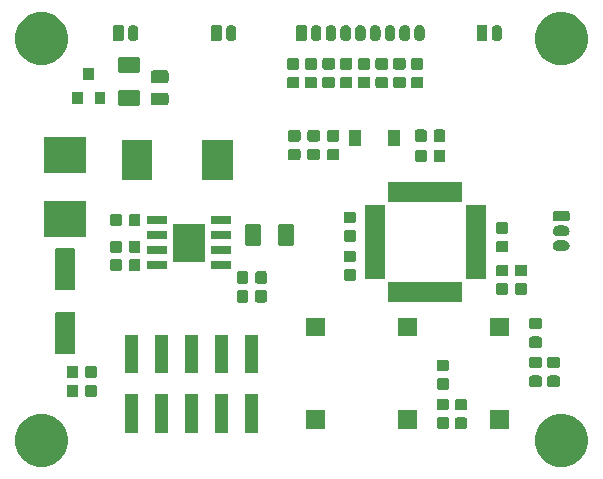
<source format=gbr>
%TF.GenerationSoftware,KiCad,Pcbnew,(5.1.5)-3*%
%TF.CreationDate,2021-03-30T18:15:46+02:00*%
%TF.ProjectId,rpm_meter_arduino,72706d5f-6d65-4746-9572-5f6172647569,rev?*%
%TF.SameCoordinates,Original*%
%TF.FileFunction,Soldermask,Top*%
%TF.FilePolarity,Negative*%
%FSLAX46Y46*%
G04 Gerber Fmt 4.6, Leading zero omitted, Abs format (unit mm)*
G04 Created by KiCad (PCBNEW (5.1.5)-3) date 2021-03-30 18:15:46*
%MOMM*%
%LPD*%
G04 APERTURE LIST*
%ADD10C,0.100000*%
G04 APERTURE END LIST*
D10*
G36*
X73275880Y-62759776D02*
G01*
X73656593Y-62835504D01*
X74066249Y-63005189D01*
X74434929Y-63251534D01*
X74748466Y-63565071D01*
X74994811Y-63933751D01*
X75164496Y-64343407D01*
X75251000Y-64778296D01*
X75251000Y-65221704D01*
X75164496Y-65656593D01*
X74994811Y-66066249D01*
X74748466Y-66434929D01*
X74434929Y-66748466D01*
X74066249Y-66994811D01*
X73656593Y-67164496D01*
X73275880Y-67240224D01*
X73221705Y-67251000D01*
X72778295Y-67251000D01*
X72724120Y-67240224D01*
X72343407Y-67164496D01*
X71933751Y-66994811D01*
X71565071Y-66748466D01*
X71251534Y-66434929D01*
X71005189Y-66066249D01*
X70835504Y-65656593D01*
X70749000Y-65221704D01*
X70749000Y-64778296D01*
X70835504Y-64343407D01*
X71005189Y-63933751D01*
X71251534Y-63565071D01*
X71565071Y-63251534D01*
X71933751Y-63005189D01*
X72343407Y-62835504D01*
X72724120Y-62759776D01*
X72778295Y-62749000D01*
X73221705Y-62749000D01*
X73275880Y-62759776D01*
G37*
G36*
X29275880Y-62759776D02*
G01*
X29656593Y-62835504D01*
X30066249Y-63005189D01*
X30434929Y-63251534D01*
X30748466Y-63565071D01*
X30994811Y-63933751D01*
X31164496Y-64343407D01*
X31251000Y-64778296D01*
X31251000Y-65221704D01*
X31164496Y-65656593D01*
X30994811Y-66066249D01*
X30748466Y-66434929D01*
X30434929Y-66748466D01*
X30066249Y-66994811D01*
X29656593Y-67164496D01*
X29275880Y-67240224D01*
X29221705Y-67251000D01*
X28778295Y-67251000D01*
X28724120Y-67240224D01*
X28343407Y-67164496D01*
X27933751Y-66994811D01*
X27565071Y-66748466D01*
X27251534Y-66434929D01*
X27005189Y-66066249D01*
X26835504Y-65656593D01*
X26749000Y-65221704D01*
X26749000Y-64778296D01*
X26835504Y-64343407D01*
X27005189Y-63933751D01*
X27251534Y-63565071D01*
X27565071Y-63251534D01*
X27933751Y-63005189D01*
X28343407Y-62835504D01*
X28724120Y-62759776D01*
X28778295Y-62749000D01*
X29221705Y-62749000D01*
X29275880Y-62759776D01*
G37*
G36*
X42251000Y-64351000D02*
G01*
X41149000Y-64351000D01*
X41149000Y-61099000D01*
X42251000Y-61099000D01*
X42251000Y-64351000D01*
G37*
G36*
X47331000Y-64351000D02*
G01*
X46229000Y-64351000D01*
X46229000Y-61099000D01*
X47331000Y-61099000D01*
X47331000Y-64351000D01*
G37*
G36*
X37171000Y-64351000D02*
G01*
X36069000Y-64351000D01*
X36069000Y-61099000D01*
X37171000Y-61099000D01*
X37171000Y-64351000D01*
G37*
G36*
X44791000Y-64351000D02*
G01*
X43689000Y-64351000D01*
X43689000Y-61099000D01*
X44791000Y-61099000D01*
X44791000Y-64351000D01*
G37*
G36*
X39711000Y-64351000D02*
G01*
X38609000Y-64351000D01*
X38609000Y-61099000D01*
X39711000Y-61099000D01*
X39711000Y-64351000D01*
G37*
G36*
X64879591Y-63061585D02*
G01*
X64913569Y-63071893D01*
X64944890Y-63088634D01*
X64972339Y-63111161D01*
X64994866Y-63138610D01*
X65011607Y-63169931D01*
X65021915Y-63203909D01*
X65026000Y-63245390D01*
X65026000Y-63846610D01*
X65021915Y-63888091D01*
X65011607Y-63922069D01*
X64994866Y-63953390D01*
X64972339Y-63980839D01*
X64944890Y-64003366D01*
X64913569Y-64020107D01*
X64879591Y-64030415D01*
X64838110Y-64034500D01*
X64161890Y-64034500D01*
X64120409Y-64030415D01*
X64086431Y-64020107D01*
X64055110Y-64003366D01*
X64027661Y-63980839D01*
X64005134Y-63953390D01*
X63988393Y-63922069D01*
X63978085Y-63888091D01*
X63974000Y-63846610D01*
X63974000Y-63245390D01*
X63978085Y-63203909D01*
X63988393Y-63169931D01*
X64005134Y-63138610D01*
X64027661Y-63111161D01*
X64055110Y-63088634D01*
X64086431Y-63071893D01*
X64120409Y-63061585D01*
X64161890Y-63057500D01*
X64838110Y-63057500D01*
X64879591Y-63061585D01*
G37*
G36*
X63355591Y-63036085D02*
G01*
X63389569Y-63046393D01*
X63420890Y-63063134D01*
X63448339Y-63085661D01*
X63470866Y-63113110D01*
X63487607Y-63144431D01*
X63497915Y-63178409D01*
X63502000Y-63219890D01*
X63502000Y-63821110D01*
X63497915Y-63862591D01*
X63487607Y-63896569D01*
X63470866Y-63927890D01*
X63448339Y-63955339D01*
X63420890Y-63977866D01*
X63389569Y-63994607D01*
X63355591Y-64004915D01*
X63314110Y-64009000D01*
X62637890Y-64009000D01*
X62596409Y-64004915D01*
X62562431Y-63994607D01*
X62531110Y-63977866D01*
X62503661Y-63955339D01*
X62481134Y-63927890D01*
X62464393Y-63896569D01*
X62454085Y-63862591D01*
X62450000Y-63821110D01*
X62450000Y-63219890D01*
X62454085Y-63178409D01*
X62464393Y-63144431D01*
X62481134Y-63113110D01*
X62503661Y-63085661D01*
X62531110Y-63063134D01*
X62562431Y-63046393D01*
X62596409Y-63036085D01*
X62637890Y-63032000D01*
X63314110Y-63032000D01*
X63355591Y-63036085D01*
G37*
G36*
X68601000Y-64001000D02*
G01*
X66999000Y-64001000D01*
X66999000Y-62399000D01*
X68601000Y-62399000D01*
X68601000Y-64001000D01*
G37*
G36*
X60801000Y-64001000D02*
G01*
X59199000Y-64001000D01*
X59199000Y-62399000D01*
X60801000Y-62399000D01*
X60801000Y-64001000D01*
G37*
G36*
X53001000Y-64001000D02*
G01*
X51399000Y-64001000D01*
X51399000Y-62399000D01*
X53001000Y-62399000D01*
X53001000Y-64001000D01*
G37*
G36*
X64879591Y-61486585D02*
G01*
X64913569Y-61496893D01*
X64944890Y-61513634D01*
X64972339Y-61536161D01*
X64994866Y-61563610D01*
X65011607Y-61594931D01*
X65021915Y-61628909D01*
X65026000Y-61670390D01*
X65026000Y-62271610D01*
X65021915Y-62313091D01*
X65011607Y-62347069D01*
X64994866Y-62378390D01*
X64972339Y-62405839D01*
X64944890Y-62428366D01*
X64913569Y-62445107D01*
X64879591Y-62455415D01*
X64838110Y-62459500D01*
X64161890Y-62459500D01*
X64120409Y-62455415D01*
X64086431Y-62445107D01*
X64055110Y-62428366D01*
X64027661Y-62405839D01*
X64005134Y-62378390D01*
X63988393Y-62347069D01*
X63978085Y-62313091D01*
X63974000Y-62271610D01*
X63974000Y-61670390D01*
X63978085Y-61628909D01*
X63988393Y-61594931D01*
X64005134Y-61563610D01*
X64027661Y-61536161D01*
X64055110Y-61513634D01*
X64086431Y-61496893D01*
X64120409Y-61486585D01*
X64161890Y-61482500D01*
X64838110Y-61482500D01*
X64879591Y-61486585D01*
G37*
G36*
X63355591Y-61461085D02*
G01*
X63389569Y-61471393D01*
X63420890Y-61488134D01*
X63448339Y-61510661D01*
X63470866Y-61538110D01*
X63487607Y-61569431D01*
X63497915Y-61603409D01*
X63502000Y-61644890D01*
X63502000Y-62246110D01*
X63497915Y-62287591D01*
X63487607Y-62321569D01*
X63470866Y-62352890D01*
X63448339Y-62380339D01*
X63420890Y-62402866D01*
X63389569Y-62419607D01*
X63355591Y-62429915D01*
X63314110Y-62434000D01*
X62637890Y-62434000D01*
X62596409Y-62429915D01*
X62562431Y-62419607D01*
X62531110Y-62402866D01*
X62503661Y-62380339D01*
X62481134Y-62352890D01*
X62464393Y-62321569D01*
X62454085Y-62287591D01*
X62450000Y-62246110D01*
X62450000Y-61644890D01*
X62454085Y-61603409D01*
X62464393Y-61569431D01*
X62481134Y-61538110D01*
X62503661Y-61510661D01*
X62531110Y-61488134D01*
X62562431Y-61471393D01*
X62596409Y-61461085D01*
X62637890Y-61457000D01*
X63314110Y-61457000D01*
X63355591Y-61461085D01*
G37*
G36*
X31954591Y-60278085D02*
G01*
X31988569Y-60288393D01*
X32019890Y-60305134D01*
X32047339Y-60327661D01*
X32069866Y-60355110D01*
X32086607Y-60386431D01*
X32096915Y-60420409D01*
X32101000Y-60461890D01*
X32101000Y-61138110D01*
X32096915Y-61179591D01*
X32086607Y-61213569D01*
X32069866Y-61244890D01*
X32047339Y-61272339D01*
X32019890Y-61294866D01*
X31988569Y-61311607D01*
X31954591Y-61321915D01*
X31913110Y-61326000D01*
X31311890Y-61326000D01*
X31270409Y-61321915D01*
X31236431Y-61311607D01*
X31205110Y-61294866D01*
X31177661Y-61272339D01*
X31155134Y-61244890D01*
X31138393Y-61213569D01*
X31128085Y-61179591D01*
X31124000Y-61138110D01*
X31124000Y-60461890D01*
X31128085Y-60420409D01*
X31138393Y-60386431D01*
X31155134Y-60355110D01*
X31177661Y-60327661D01*
X31205110Y-60305134D01*
X31236431Y-60288393D01*
X31270409Y-60278085D01*
X31311890Y-60274000D01*
X31913110Y-60274000D01*
X31954591Y-60278085D01*
G37*
G36*
X33529591Y-60278085D02*
G01*
X33563569Y-60288393D01*
X33594890Y-60305134D01*
X33622339Y-60327661D01*
X33644866Y-60355110D01*
X33661607Y-60386431D01*
X33671915Y-60420409D01*
X33676000Y-60461890D01*
X33676000Y-61138110D01*
X33671915Y-61179591D01*
X33661607Y-61213569D01*
X33644866Y-61244890D01*
X33622339Y-61272339D01*
X33594890Y-61294866D01*
X33563569Y-61311607D01*
X33529591Y-61321915D01*
X33488110Y-61326000D01*
X32886890Y-61326000D01*
X32845409Y-61321915D01*
X32811431Y-61311607D01*
X32780110Y-61294866D01*
X32752661Y-61272339D01*
X32730134Y-61244890D01*
X32713393Y-61213569D01*
X32703085Y-61179591D01*
X32699000Y-61138110D01*
X32699000Y-60461890D01*
X32703085Y-60420409D01*
X32713393Y-60386431D01*
X32730134Y-60355110D01*
X32752661Y-60327661D01*
X32780110Y-60305134D01*
X32811431Y-60288393D01*
X32845409Y-60278085D01*
X32886890Y-60274000D01*
X33488110Y-60274000D01*
X33529591Y-60278085D01*
G37*
G36*
X63355591Y-59734085D02*
G01*
X63389569Y-59744393D01*
X63420890Y-59761134D01*
X63448339Y-59783661D01*
X63470866Y-59811110D01*
X63487607Y-59842431D01*
X63497915Y-59876409D01*
X63502000Y-59917890D01*
X63502000Y-60519110D01*
X63497915Y-60560591D01*
X63487607Y-60594569D01*
X63470866Y-60625890D01*
X63448339Y-60653339D01*
X63420890Y-60675866D01*
X63389569Y-60692607D01*
X63355591Y-60702915D01*
X63314110Y-60707000D01*
X62637890Y-60707000D01*
X62596409Y-60702915D01*
X62562431Y-60692607D01*
X62531110Y-60675866D01*
X62503661Y-60653339D01*
X62481134Y-60625890D01*
X62464393Y-60594569D01*
X62454085Y-60560591D01*
X62450000Y-60519110D01*
X62450000Y-59917890D01*
X62454085Y-59876409D01*
X62464393Y-59842431D01*
X62481134Y-59811110D01*
X62503661Y-59783661D01*
X62531110Y-59761134D01*
X62562431Y-59744393D01*
X62596409Y-59734085D01*
X62637890Y-59730000D01*
X63314110Y-59730000D01*
X63355591Y-59734085D01*
G37*
G36*
X72725591Y-59504085D02*
G01*
X72759569Y-59514393D01*
X72790890Y-59531134D01*
X72818339Y-59553661D01*
X72840866Y-59581110D01*
X72857607Y-59612431D01*
X72867915Y-59646409D01*
X72872000Y-59687890D01*
X72872000Y-60289110D01*
X72867915Y-60330591D01*
X72857607Y-60364569D01*
X72840866Y-60395890D01*
X72818339Y-60423339D01*
X72790890Y-60445866D01*
X72759569Y-60462607D01*
X72725591Y-60472915D01*
X72684110Y-60477000D01*
X72007890Y-60477000D01*
X71966409Y-60472915D01*
X71932431Y-60462607D01*
X71901110Y-60445866D01*
X71873661Y-60423339D01*
X71851134Y-60395890D01*
X71834393Y-60364569D01*
X71824085Y-60330591D01*
X71820000Y-60289110D01*
X71820000Y-59687890D01*
X71824085Y-59646409D01*
X71834393Y-59612431D01*
X71851134Y-59581110D01*
X71873661Y-59553661D01*
X71901110Y-59531134D01*
X71932431Y-59514393D01*
X71966409Y-59504085D01*
X72007890Y-59500000D01*
X72684110Y-59500000D01*
X72725591Y-59504085D01*
G37*
G36*
X71201591Y-59504085D02*
G01*
X71235569Y-59514393D01*
X71266890Y-59531134D01*
X71294339Y-59553661D01*
X71316866Y-59581110D01*
X71333607Y-59612431D01*
X71343915Y-59646409D01*
X71348000Y-59687890D01*
X71348000Y-60289110D01*
X71343915Y-60330591D01*
X71333607Y-60364569D01*
X71316866Y-60395890D01*
X71294339Y-60423339D01*
X71266890Y-60445866D01*
X71235569Y-60462607D01*
X71201591Y-60472915D01*
X71160110Y-60477000D01*
X70483890Y-60477000D01*
X70442409Y-60472915D01*
X70408431Y-60462607D01*
X70377110Y-60445866D01*
X70349661Y-60423339D01*
X70327134Y-60395890D01*
X70310393Y-60364569D01*
X70300085Y-60330591D01*
X70296000Y-60289110D01*
X70296000Y-59687890D01*
X70300085Y-59646409D01*
X70310393Y-59612431D01*
X70327134Y-59581110D01*
X70349661Y-59553661D01*
X70377110Y-59531134D01*
X70408431Y-59514393D01*
X70442409Y-59504085D01*
X70483890Y-59500000D01*
X71160110Y-59500000D01*
X71201591Y-59504085D01*
G37*
G36*
X31954591Y-58678085D02*
G01*
X31988569Y-58688393D01*
X32019890Y-58705134D01*
X32047339Y-58727661D01*
X32069866Y-58755110D01*
X32086607Y-58786431D01*
X32096915Y-58820409D01*
X32101000Y-58861890D01*
X32101000Y-59538110D01*
X32096915Y-59579591D01*
X32086607Y-59613569D01*
X32069866Y-59644890D01*
X32047339Y-59672339D01*
X32019890Y-59694866D01*
X31988569Y-59711607D01*
X31954591Y-59721915D01*
X31913110Y-59726000D01*
X31311890Y-59726000D01*
X31270409Y-59721915D01*
X31236431Y-59711607D01*
X31205110Y-59694866D01*
X31177661Y-59672339D01*
X31155134Y-59644890D01*
X31138393Y-59613569D01*
X31128085Y-59579591D01*
X31124000Y-59538110D01*
X31124000Y-58861890D01*
X31128085Y-58820409D01*
X31138393Y-58786431D01*
X31155134Y-58755110D01*
X31177661Y-58727661D01*
X31205110Y-58705134D01*
X31236431Y-58688393D01*
X31270409Y-58678085D01*
X31311890Y-58674000D01*
X31913110Y-58674000D01*
X31954591Y-58678085D01*
G37*
G36*
X33529591Y-58678085D02*
G01*
X33563569Y-58688393D01*
X33594890Y-58705134D01*
X33622339Y-58727661D01*
X33644866Y-58755110D01*
X33661607Y-58786431D01*
X33671915Y-58820409D01*
X33676000Y-58861890D01*
X33676000Y-59538110D01*
X33671915Y-59579591D01*
X33661607Y-59613569D01*
X33644866Y-59644890D01*
X33622339Y-59672339D01*
X33594890Y-59694866D01*
X33563569Y-59711607D01*
X33529591Y-59721915D01*
X33488110Y-59726000D01*
X32886890Y-59726000D01*
X32845409Y-59721915D01*
X32811431Y-59711607D01*
X32780110Y-59694866D01*
X32752661Y-59672339D01*
X32730134Y-59644890D01*
X32713393Y-59613569D01*
X32703085Y-59579591D01*
X32699000Y-59538110D01*
X32699000Y-58861890D01*
X32703085Y-58820409D01*
X32713393Y-58786431D01*
X32730134Y-58755110D01*
X32752661Y-58727661D01*
X32780110Y-58705134D01*
X32811431Y-58688393D01*
X32845409Y-58678085D01*
X32886890Y-58674000D01*
X33488110Y-58674000D01*
X33529591Y-58678085D01*
G37*
G36*
X47331000Y-59301000D02*
G01*
X46229000Y-59301000D01*
X46229000Y-56049000D01*
X47331000Y-56049000D01*
X47331000Y-59301000D01*
G37*
G36*
X37171000Y-59301000D02*
G01*
X36069000Y-59301000D01*
X36069000Y-56049000D01*
X37171000Y-56049000D01*
X37171000Y-59301000D01*
G37*
G36*
X39711000Y-59301000D02*
G01*
X38609000Y-59301000D01*
X38609000Y-56049000D01*
X39711000Y-56049000D01*
X39711000Y-59301000D01*
G37*
G36*
X44791000Y-59301000D02*
G01*
X43689000Y-59301000D01*
X43689000Y-56049000D01*
X44791000Y-56049000D01*
X44791000Y-59301000D01*
G37*
G36*
X42251000Y-59301000D02*
G01*
X41149000Y-59301000D01*
X41149000Y-56049000D01*
X42251000Y-56049000D01*
X42251000Y-59301000D01*
G37*
G36*
X63355591Y-58159085D02*
G01*
X63389569Y-58169393D01*
X63420890Y-58186134D01*
X63448339Y-58208661D01*
X63470866Y-58236110D01*
X63487607Y-58267431D01*
X63497915Y-58301409D01*
X63502000Y-58342890D01*
X63502000Y-58944110D01*
X63497915Y-58985591D01*
X63487607Y-59019569D01*
X63470866Y-59050890D01*
X63448339Y-59078339D01*
X63420890Y-59100866D01*
X63389569Y-59117607D01*
X63355591Y-59127915D01*
X63314110Y-59132000D01*
X62637890Y-59132000D01*
X62596409Y-59127915D01*
X62562431Y-59117607D01*
X62531110Y-59100866D01*
X62503661Y-59078339D01*
X62481134Y-59050890D01*
X62464393Y-59019569D01*
X62454085Y-58985591D01*
X62450000Y-58944110D01*
X62450000Y-58342890D01*
X62454085Y-58301409D01*
X62464393Y-58267431D01*
X62481134Y-58236110D01*
X62503661Y-58208661D01*
X62531110Y-58186134D01*
X62562431Y-58169393D01*
X62596409Y-58159085D01*
X62637890Y-58155000D01*
X63314110Y-58155000D01*
X63355591Y-58159085D01*
G37*
G36*
X72725591Y-57929085D02*
G01*
X72759569Y-57939393D01*
X72790890Y-57956134D01*
X72818339Y-57978661D01*
X72840866Y-58006110D01*
X72857607Y-58037431D01*
X72867915Y-58071409D01*
X72872000Y-58112890D01*
X72872000Y-58714110D01*
X72867915Y-58755591D01*
X72857607Y-58789569D01*
X72840866Y-58820890D01*
X72818339Y-58848339D01*
X72790890Y-58870866D01*
X72759569Y-58887607D01*
X72725591Y-58897915D01*
X72684110Y-58902000D01*
X72007890Y-58902000D01*
X71966409Y-58897915D01*
X71932431Y-58887607D01*
X71901110Y-58870866D01*
X71873661Y-58848339D01*
X71851134Y-58820890D01*
X71834393Y-58789569D01*
X71824085Y-58755591D01*
X71820000Y-58714110D01*
X71820000Y-58112890D01*
X71824085Y-58071409D01*
X71834393Y-58037431D01*
X71851134Y-58006110D01*
X71873661Y-57978661D01*
X71901110Y-57956134D01*
X71932431Y-57939393D01*
X71966409Y-57929085D01*
X72007890Y-57925000D01*
X72684110Y-57925000D01*
X72725591Y-57929085D01*
G37*
G36*
X71201591Y-57929085D02*
G01*
X71235569Y-57939393D01*
X71266890Y-57956134D01*
X71294339Y-57978661D01*
X71316866Y-58006110D01*
X71333607Y-58037431D01*
X71343915Y-58071409D01*
X71348000Y-58112890D01*
X71348000Y-58714110D01*
X71343915Y-58755591D01*
X71333607Y-58789569D01*
X71316866Y-58820890D01*
X71294339Y-58848339D01*
X71266890Y-58870866D01*
X71235569Y-58887607D01*
X71201591Y-58897915D01*
X71160110Y-58902000D01*
X70483890Y-58902000D01*
X70442409Y-58897915D01*
X70408431Y-58887607D01*
X70377110Y-58870866D01*
X70349661Y-58848339D01*
X70327134Y-58820890D01*
X70310393Y-58789569D01*
X70300085Y-58755591D01*
X70296000Y-58714110D01*
X70296000Y-58112890D01*
X70300085Y-58071409D01*
X70310393Y-58037431D01*
X70327134Y-58006110D01*
X70349661Y-57978661D01*
X70377110Y-57956134D01*
X70408431Y-57939393D01*
X70442409Y-57929085D01*
X70483890Y-57925000D01*
X71160110Y-57925000D01*
X71201591Y-57929085D01*
G37*
G36*
X31705997Y-54103051D02*
G01*
X31739652Y-54113261D01*
X31770665Y-54129838D01*
X31797851Y-54152149D01*
X31820162Y-54179335D01*
X31836739Y-54210348D01*
X31846949Y-54244003D01*
X31851000Y-54285138D01*
X31851000Y-57514862D01*
X31846949Y-57555997D01*
X31836739Y-57589652D01*
X31820162Y-57620665D01*
X31797851Y-57647851D01*
X31770665Y-57670162D01*
X31739652Y-57686739D01*
X31705997Y-57696949D01*
X31664862Y-57701000D01*
X30335138Y-57701000D01*
X30294003Y-57696949D01*
X30260348Y-57686739D01*
X30229335Y-57670162D01*
X30202149Y-57647851D01*
X30179838Y-57620665D01*
X30163261Y-57589652D01*
X30153051Y-57555997D01*
X30149000Y-57514862D01*
X30149000Y-54285138D01*
X30153051Y-54244003D01*
X30163261Y-54210348D01*
X30179838Y-54179335D01*
X30202149Y-54152149D01*
X30229335Y-54129838D01*
X30260348Y-54113261D01*
X30294003Y-54103051D01*
X30335138Y-54099000D01*
X31664862Y-54099000D01*
X31705997Y-54103051D01*
G37*
G36*
X71201591Y-56202085D02*
G01*
X71235569Y-56212393D01*
X71266890Y-56229134D01*
X71294339Y-56251661D01*
X71316866Y-56279110D01*
X71333607Y-56310431D01*
X71343915Y-56344409D01*
X71348000Y-56385890D01*
X71348000Y-56987110D01*
X71343915Y-57028591D01*
X71333607Y-57062569D01*
X71316866Y-57093890D01*
X71294339Y-57121339D01*
X71266890Y-57143866D01*
X71235569Y-57160607D01*
X71201591Y-57170915D01*
X71160110Y-57175000D01*
X70483890Y-57175000D01*
X70442409Y-57170915D01*
X70408431Y-57160607D01*
X70377110Y-57143866D01*
X70349661Y-57121339D01*
X70327134Y-57093890D01*
X70310393Y-57062569D01*
X70300085Y-57028591D01*
X70296000Y-56987110D01*
X70296000Y-56385890D01*
X70300085Y-56344409D01*
X70310393Y-56310431D01*
X70327134Y-56279110D01*
X70349661Y-56251661D01*
X70377110Y-56229134D01*
X70408431Y-56212393D01*
X70442409Y-56202085D01*
X70483890Y-56198000D01*
X71160110Y-56198000D01*
X71201591Y-56202085D01*
G37*
G36*
X60801000Y-56201000D02*
G01*
X59199000Y-56201000D01*
X59199000Y-54599000D01*
X60801000Y-54599000D01*
X60801000Y-56201000D01*
G37*
G36*
X53001000Y-56201000D02*
G01*
X51399000Y-56201000D01*
X51399000Y-54599000D01*
X53001000Y-54599000D01*
X53001000Y-56201000D01*
G37*
G36*
X68601000Y-56201000D02*
G01*
X66999000Y-56201000D01*
X66999000Y-54599000D01*
X68601000Y-54599000D01*
X68601000Y-56201000D01*
G37*
G36*
X71201591Y-54627085D02*
G01*
X71235569Y-54637393D01*
X71266890Y-54654134D01*
X71294339Y-54676661D01*
X71316866Y-54704110D01*
X71333607Y-54735431D01*
X71343915Y-54769409D01*
X71348000Y-54810890D01*
X71348000Y-55412110D01*
X71343915Y-55453591D01*
X71333607Y-55487569D01*
X71316866Y-55518890D01*
X71294339Y-55546339D01*
X71266890Y-55568866D01*
X71235569Y-55585607D01*
X71201591Y-55595915D01*
X71160110Y-55600000D01*
X70483890Y-55600000D01*
X70442409Y-55595915D01*
X70408431Y-55585607D01*
X70377110Y-55568866D01*
X70349661Y-55546339D01*
X70327134Y-55518890D01*
X70310393Y-55487569D01*
X70300085Y-55453591D01*
X70296000Y-55412110D01*
X70296000Y-54810890D01*
X70300085Y-54769409D01*
X70310393Y-54735431D01*
X70327134Y-54704110D01*
X70349661Y-54676661D01*
X70377110Y-54654134D01*
X70408431Y-54637393D01*
X70442409Y-54627085D01*
X70483890Y-54623000D01*
X71160110Y-54623000D01*
X71201591Y-54627085D01*
G37*
G36*
X46354591Y-52278085D02*
G01*
X46388569Y-52288393D01*
X46419890Y-52305134D01*
X46447339Y-52327661D01*
X46469866Y-52355110D01*
X46486607Y-52386431D01*
X46496915Y-52420409D01*
X46501000Y-52461890D01*
X46501000Y-53138110D01*
X46496915Y-53179591D01*
X46486607Y-53213569D01*
X46469866Y-53244890D01*
X46447339Y-53272339D01*
X46419890Y-53294866D01*
X46388569Y-53311607D01*
X46354591Y-53321915D01*
X46313110Y-53326000D01*
X45711890Y-53326000D01*
X45670409Y-53321915D01*
X45636431Y-53311607D01*
X45605110Y-53294866D01*
X45577661Y-53272339D01*
X45555134Y-53244890D01*
X45538393Y-53213569D01*
X45528085Y-53179591D01*
X45524000Y-53138110D01*
X45524000Y-52461890D01*
X45528085Y-52420409D01*
X45538393Y-52386431D01*
X45555134Y-52355110D01*
X45577661Y-52327661D01*
X45605110Y-52305134D01*
X45636431Y-52288393D01*
X45670409Y-52278085D01*
X45711890Y-52274000D01*
X46313110Y-52274000D01*
X46354591Y-52278085D01*
G37*
G36*
X47929591Y-52278085D02*
G01*
X47963569Y-52288393D01*
X47994890Y-52305134D01*
X48022339Y-52327661D01*
X48044866Y-52355110D01*
X48061607Y-52386431D01*
X48071915Y-52420409D01*
X48076000Y-52461890D01*
X48076000Y-53138110D01*
X48071915Y-53179591D01*
X48061607Y-53213569D01*
X48044866Y-53244890D01*
X48022339Y-53272339D01*
X47994890Y-53294866D01*
X47963569Y-53311607D01*
X47929591Y-53321915D01*
X47888110Y-53326000D01*
X47286890Y-53326000D01*
X47245409Y-53321915D01*
X47211431Y-53311607D01*
X47180110Y-53294866D01*
X47152661Y-53272339D01*
X47130134Y-53244890D01*
X47113393Y-53213569D01*
X47103085Y-53179591D01*
X47099000Y-53138110D01*
X47099000Y-52461890D01*
X47103085Y-52420409D01*
X47113393Y-52386431D01*
X47130134Y-52355110D01*
X47152661Y-52327661D01*
X47180110Y-52305134D01*
X47211431Y-52288393D01*
X47245409Y-52278085D01*
X47286890Y-52274000D01*
X47888110Y-52274000D01*
X47929591Y-52278085D01*
G37*
G36*
X64626000Y-53301000D02*
G01*
X58374000Y-53301000D01*
X58374000Y-51599000D01*
X64626000Y-51599000D01*
X64626000Y-53301000D01*
G37*
G36*
X69979591Y-51703085D02*
G01*
X70013569Y-51713393D01*
X70044890Y-51730134D01*
X70072339Y-51752661D01*
X70094866Y-51780110D01*
X70111607Y-51811431D01*
X70121915Y-51845409D01*
X70126000Y-51886890D01*
X70126000Y-52488110D01*
X70121915Y-52529591D01*
X70111607Y-52563569D01*
X70094866Y-52594890D01*
X70072339Y-52622339D01*
X70044890Y-52644866D01*
X70013569Y-52661607D01*
X69979591Y-52671915D01*
X69938110Y-52676000D01*
X69261890Y-52676000D01*
X69220409Y-52671915D01*
X69186431Y-52661607D01*
X69155110Y-52644866D01*
X69127661Y-52622339D01*
X69105134Y-52594890D01*
X69088393Y-52563569D01*
X69078085Y-52529591D01*
X69074000Y-52488110D01*
X69074000Y-51886890D01*
X69078085Y-51845409D01*
X69088393Y-51811431D01*
X69105134Y-51780110D01*
X69127661Y-51752661D01*
X69155110Y-51730134D01*
X69186431Y-51713393D01*
X69220409Y-51703085D01*
X69261890Y-51699000D01*
X69938110Y-51699000D01*
X69979591Y-51703085D01*
G37*
G36*
X68379591Y-51703085D02*
G01*
X68413569Y-51713393D01*
X68444890Y-51730134D01*
X68472339Y-51752661D01*
X68494866Y-51780110D01*
X68511607Y-51811431D01*
X68521915Y-51845409D01*
X68526000Y-51886890D01*
X68526000Y-52488110D01*
X68521915Y-52529591D01*
X68511607Y-52563569D01*
X68494866Y-52594890D01*
X68472339Y-52622339D01*
X68444890Y-52644866D01*
X68413569Y-52661607D01*
X68379591Y-52671915D01*
X68338110Y-52676000D01*
X67661890Y-52676000D01*
X67620409Y-52671915D01*
X67586431Y-52661607D01*
X67555110Y-52644866D01*
X67527661Y-52622339D01*
X67505134Y-52594890D01*
X67488393Y-52563569D01*
X67478085Y-52529591D01*
X67474000Y-52488110D01*
X67474000Y-51886890D01*
X67478085Y-51845409D01*
X67488393Y-51811431D01*
X67505134Y-51780110D01*
X67527661Y-51752661D01*
X67555110Y-51730134D01*
X67586431Y-51713393D01*
X67620409Y-51703085D01*
X67661890Y-51699000D01*
X68338110Y-51699000D01*
X68379591Y-51703085D01*
G37*
G36*
X31705997Y-48703051D02*
G01*
X31739652Y-48713261D01*
X31770665Y-48729838D01*
X31797851Y-48752149D01*
X31820162Y-48779335D01*
X31836739Y-48810348D01*
X31846949Y-48844003D01*
X31851000Y-48885138D01*
X31851000Y-52114862D01*
X31846949Y-52155997D01*
X31836739Y-52189652D01*
X31820162Y-52220665D01*
X31797851Y-52247851D01*
X31770665Y-52270162D01*
X31739652Y-52286739D01*
X31705997Y-52296949D01*
X31664862Y-52301000D01*
X30335138Y-52301000D01*
X30294003Y-52296949D01*
X30260348Y-52286739D01*
X30229335Y-52270162D01*
X30202149Y-52247851D01*
X30179838Y-52220665D01*
X30163261Y-52189652D01*
X30153051Y-52155997D01*
X30149000Y-52114862D01*
X30149000Y-48885138D01*
X30153051Y-48844003D01*
X30163261Y-48810348D01*
X30179838Y-48779335D01*
X30202149Y-48752149D01*
X30229335Y-48729838D01*
X30260348Y-48713261D01*
X30294003Y-48703051D01*
X30335138Y-48699000D01*
X31664862Y-48699000D01*
X31705997Y-48703051D01*
G37*
G36*
X47929591Y-50678085D02*
G01*
X47963569Y-50688393D01*
X47994890Y-50705134D01*
X48022339Y-50727661D01*
X48044866Y-50755110D01*
X48061607Y-50786431D01*
X48071915Y-50820409D01*
X48076000Y-50861890D01*
X48076000Y-51538110D01*
X48071915Y-51579591D01*
X48061607Y-51613569D01*
X48044866Y-51644890D01*
X48022339Y-51672339D01*
X47994890Y-51694866D01*
X47963569Y-51711607D01*
X47929591Y-51721915D01*
X47888110Y-51726000D01*
X47286890Y-51726000D01*
X47245409Y-51721915D01*
X47211431Y-51711607D01*
X47180110Y-51694866D01*
X47152661Y-51672339D01*
X47130134Y-51644890D01*
X47113393Y-51613569D01*
X47103085Y-51579591D01*
X47099000Y-51538110D01*
X47099000Y-50861890D01*
X47103085Y-50820409D01*
X47113393Y-50786431D01*
X47130134Y-50755110D01*
X47152661Y-50727661D01*
X47180110Y-50705134D01*
X47211431Y-50688393D01*
X47245409Y-50678085D01*
X47286890Y-50674000D01*
X47888110Y-50674000D01*
X47929591Y-50678085D01*
G37*
G36*
X46354591Y-50678085D02*
G01*
X46388569Y-50688393D01*
X46419890Y-50705134D01*
X46447339Y-50727661D01*
X46469866Y-50755110D01*
X46486607Y-50786431D01*
X46496915Y-50820409D01*
X46501000Y-50861890D01*
X46501000Y-51538110D01*
X46496915Y-51579591D01*
X46486607Y-51613569D01*
X46469866Y-51644890D01*
X46447339Y-51672339D01*
X46419890Y-51694866D01*
X46388569Y-51711607D01*
X46354591Y-51721915D01*
X46313110Y-51726000D01*
X45711890Y-51726000D01*
X45670409Y-51721915D01*
X45636431Y-51711607D01*
X45605110Y-51694866D01*
X45577661Y-51672339D01*
X45555134Y-51644890D01*
X45538393Y-51613569D01*
X45528085Y-51579591D01*
X45524000Y-51538110D01*
X45524000Y-50861890D01*
X45528085Y-50820409D01*
X45538393Y-50786431D01*
X45555134Y-50755110D01*
X45577661Y-50727661D01*
X45605110Y-50705134D01*
X45636431Y-50688393D01*
X45670409Y-50678085D01*
X45711890Y-50674000D01*
X46313110Y-50674000D01*
X46354591Y-50678085D01*
G37*
G36*
X55479591Y-50503085D02*
G01*
X55513569Y-50513393D01*
X55544890Y-50530134D01*
X55572339Y-50552661D01*
X55594866Y-50580110D01*
X55611607Y-50611431D01*
X55621915Y-50645409D01*
X55626000Y-50686890D01*
X55626000Y-51288110D01*
X55621915Y-51329591D01*
X55611607Y-51363569D01*
X55594866Y-51394890D01*
X55572339Y-51422339D01*
X55544890Y-51444866D01*
X55513569Y-51461607D01*
X55479591Y-51471915D01*
X55438110Y-51476000D01*
X54761890Y-51476000D01*
X54720409Y-51471915D01*
X54686431Y-51461607D01*
X54655110Y-51444866D01*
X54627661Y-51422339D01*
X54605134Y-51394890D01*
X54588393Y-51363569D01*
X54578085Y-51329591D01*
X54574000Y-51288110D01*
X54574000Y-50686890D01*
X54578085Y-50645409D01*
X54588393Y-50611431D01*
X54605134Y-50580110D01*
X54627661Y-50552661D01*
X54655110Y-50530134D01*
X54686431Y-50513393D01*
X54720409Y-50503085D01*
X54761890Y-50499000D01*
X55438110Y-50499000D01*
X55479591Y-50503085D01*
G37*
G36*
X66601000Y-51326000D02*
G01*
X64899000Y-51326000D01*
X64899000Y-45074000D01*
X66601000Y-45074000D01*
X66601000Y-51326000D01*
G37*
G36*
X58101000Y-51326000D02*
G01*
X56399000Y-51326000D01*
X56399000Y-45074000D01*
X58101000Y-45074000D01*
X58101000Y-51326000D01*
G37*
G36*
X68379591Y-50128085D02*
G01*
X68413569Y-50138393D01*
X68444890Y-50155134D01*
X68472339Y-50177661D01*
X68494866Y-50205110D01*
X68511607Y-50236431D01*
X68521915Y-50270409D01*
X68526000Y-50311890D01*
X68526000Y-50913110D01*
X68521915Y-50954591D01*
X68511607Y-50988569D01*
X68494866Y-51019890D01*
X68472339Y-51047339D01*
X68444890Y-51069866D01*
X68413569Y-51086607D01*
X68379591Y-51096915D01*
X68338110Y-51101000D01*
X67661890Y-51101000D01*
X67620409Y-51096915D01*
X67586431Y-51086607D01*
X67555110Y-51069866D01*
X67527661Y-51047339D01*
X67505134Y-51019890D01*
X67488393Y-50988569D01*
X67478085Y-50954591D01*
X67474000Y-50913110D01*
X67474000Y-50311890D01*
X67478085Y-50270409D01*
X67488393Y-50236431D01*
X67505134Y-50205110D01*
X67527661Y-50177661D01*
X67555110Y-50155134D01*
X67586431Y-50138393D01*
X67620409Y-50128085D01*
X67661890Y-50124000D01*
X68338110Y-50124000D01*
X68379591Y-50128085D01*
G37*
G36*
X69979591Y-50128085D02*
G01*
X70013569Y-50138393D01*
X70044890Y-50155134D01*
X70072339Y-50177661D01*
X70094866Y-50205110D01*
X70111607Y-50236431D01*
X70121915Y-50270409D01*
X70126000Y-50311890D01*
X70126000Y-50913110D01*
X70121915Y-50954591D01*
X70111607Y-50988569D01*
X70094866Y-51019890D01*
X70072339Y-51047339D01*
X70044890Y-51069866D01*
X70013569Y-51086607D01*
X69979591Y-51096915D01*
X69938110Y-51101000D01*
X69261890Y-51101000D01*
X69220409Y-51096915D01*
X69186431Y-51086607D01*
X69155110Y-51069866D01*
X69127661Y-51047339D01*
X69105134Y-51019890D01*
X69088393Y-50988569D01*
X69078085Y-50954591D01*
X69074000Y-50913110D01*
X69074000Y-50311890D01*
X69078085Y-50270409D01*
X69088393Y-50236431D01*
X69105134Y-50205110D01*
X69127661Y-50177661D01*
X69155110Y-50155134D01*
X69186431Y-50138393D01*
X69220409Y-50128085D01*
X69261890Y-50124000D01*
X69938110Y-50124000D01*
X69979591Y-50128085D01*
G37*
G36*
X35654591Y-49627085D02*
G01*
X35688569Y-49637393D01*
X35719890Y-49654134D01*
X35747339Y-49676661D01*
X35769866Y-49704110D01*
X35786607Y-49735431D01*
X35796915Y-49769409D01*
X35801000Y-49810890D01*
X35801000Y-50487110D01*
X35796915Y-50528591D01*
X35786607Y-50562569D01*
X35769866Y-50593890D01*
X35747339Y-50621339D01*
X35719890Y-50643866D01*
X35688569Y-50660607D01*
X35654591Y-50670915D01*
X35613110Y-50675000D01*
X35011890Y-50675000D01*
X34970409Y-50670915D01*
X34936431Y-50660607D01*
X34905110Y-50643866D01*
X34877661Y-50621339D01*
X34855134Y-50593890D01*
X34838393Y-50562569D01*
X34828085Y-50528591D01*
X34824000Y-50487110D01*
X34824000Y-49810890D01*
X34828085Y-49769409D01*
X34838393Y-49735431D01*
X34855134Y-49704110D01*
X34877661Y-49676661D01*
X34905110Y-49654134D01*
X34936431Y-49637393D01*
X34970409Y-49627085D01*
X35011890Y-49623000D01*
X35613110Y-49623000D01*
X35654591Y-49627085D01*
G37*
G36*
X37229591Y-49627085D02*
G01*
X37263569Y-49637393D01*
X37294890Y-49654134D01*
X37322339Y-49676661D01*
X37344866Y-49704110D01*
X37361607Y-49735431D01*
X37371915Y-49769409D01*
X37376000Y-49810890D01*
X37376000Y-50487110D01*
X37371915Y-50528591D01*
X37361607Y-50562569D01*
X37344866Y-50593890D01*
X37322339Y-50621339D01*
X37294890Y-50643866D01*
X37263569Y-50660607D01*
X37229591Y-50670915D01*
X37188110Y-50675000D01*
X36586890Y-50675000D01*
X36545409Y-50670915D01*
X36511431Y-50660607D01*
X36480110Y-50643866D01*
X36452661Y-50621339D01*
X36430134Y-50593890D01*
X36413393Y-50562569D01*
X36403085Y-50528591D01*
X36399000Y-50487110D01*
X36399000Y-49810890D01*
X36403085Y-49769409D01*
X36413393Y-49735431D01*
X36430134Y-49704110D01*
X36452661Y-49676661D01*
X36480110Y-49654134D01*
X36511431Y-49637393D01*
X36545409Y-49627085D01*
X36586890Y-49623000D01*
X37188110Y-49623000D01*
X37229591Y-49627085D01*
G37*
G36*
X39614000Y-50510000D02*
G01*
X37962000Y-50510000D01*
X37962000Y-49808000D01*
X39614000Y-49808000D01*
X39614000Y-50510000D01*
G37*
G36*
X45014000Y-50510000D02*
G01*
X43362000Y-50510000D01*
X43362000Y-49808000D01*
X45014000Y-49808000D01*
X45014000Y-50510000D01*
G37*
G36*
X55479591Y-48928085D02*
G01*
X55513569Y-48938393D01*
X55544890Y-48955134D01*
X55572339Y-48977661D01*
X55594866Y-49005110D01*
X55611607Y-49036431D01*
X55621915Y-49070409D01*
X55626000Y-49111890D01*
X55626000Y-49713110D01*
X55621915Y-49754591D01*
X55611607Y-49788569D01*
X55594866Y-49819890D01*
X55572339Y-49847339D01*
X55544890Y-49869866D01*
X55513569Y-49886607D01*
X55479591Y-49896915D01*
X55438110Y-49901000D01*
X54761890Y-49901000D01*
X54720409Y-49896915D01*
X54686431Y-49886607D01*
X54655110Y-49869866D01*
X54627661Y-49847339D01*
X54605134Y-49819890D01*
X54588393Y-49788569D01*
X54578085Y-49754591D01*
X54574000Y-49713110D01*
X54574000Y-49111890D01*
X54578085Y-49070409D01*
X54588393Y-49036431D01*
X54605134Y-49005110D01*
X54627661Y-48977661D01*
X54655110Y-48955134D01*
X54686431Y-48938393D01*
X54720409Y-48928085D01*
X54761890Y-48924000D01*
X55438110Y-48924000D01*
X55479591Y-48928085D01*
G37*
G36*
X42839000Y-49855000D02*
G01*
X40137000Y-49855000D01*
X40137000Y-46653000D01*
X42839000Y-46653000D01*
X42839000Y-49855000D01*
G37*
G36*
X39614000Y-49240000D02*
G01*
X37962000Y-49240000D01*
X37962000Y-48538000D01*
X39614000Y-48538000D01*
X39614000Y-49240000D01*
G37*
G36*
X45014000Y-49240000D02*
G01*
X43362000Y-49240000D01*
X43362000Y-48538000D01*
X45014000Y-48538000D01*
X45014000Y-49240000D01*
G37*
G36*
X37229591Y-48078085D02*
G01*
X37263569Y-48088393D01*
X37294890Y-48105134D01*
X37322339Y-48127661D01*
X37344866Y-48155110D01*
X37361607Y-48186431D01*
X37371915Y-48220409D01*
X37376000Y-48261890D01*
X37376000Y-48938110D01*
X37371915Y-48979591D01*
X37361607Y-49013569D01*
X37344866Y-49044890D01*
X37322339Y-49072339D01*
X37294890Y-49094866D01*
X37263569Y-49111607D01*
X37229591Y-49121915D01*
X37188110Y-49126000D01*
X36586890Y-49126000D01*
X36545409Y-49121915D01*
X36511431Y-49111607D01*
X36480110Y-49094866D01*
X36452661Y-49072339D01*
X36430134Y-49044890D01*
X36413393Y-49013569D01*
X36403085Y-48979591D01*
X36399000Y-48938110D01*
X36399000Y-48261890D01*
X36403085Y-48220409D01*
X36413393Y-48186431D01*
X36430134Y-48155110D01*
X36452661Y-48127661D01*
X36480110Y-48105134D01*
X36511431Y-48088393D01*
X36545409Y-48078085D01*
X36586890Y-48074000D01*
X37188110Y-48074000D01*
X37229591Y-48078085D01*
G37*
G36*
X35654591Y-48078085D02*
G01*
X35688569Y-48088393D01*
X35719890Y-48105134D01*
X35747339Y-48127661D01*
X35769866Y-48155110D01*
X35786607Y-48186431D01*
X35796915Y-48220409D01*
X35801000Y-48261890D01*
X35801000Y-48938110D01*
X35796915Y-48979591D01*
X35786607Y-49013569D01*
X35769866Y-49044890D01*
X35747339Y-49072339D01*
X35719890Y-49094866D01*
X35688569Y-49111607D01*
X35654591Y-49121915D01*
X35613110Y-49126000D01*
X35011890Y-49126000D01*
X34970409Y-49121915D01*
X34936431Y-49111607D01*
X34905110Y-49094866D01*
X34877661Y-49072339D01*
X34855134Y-49044890D01*
X34838393Y-49013569D01*
X34828085Y-48979591D01*
X34824000Y-48938110D01*
X34824000Y-48261890D01*
X34828085Y-48220409D01*
X34838393Y-48186431D01*
X34855134Y-48155110D01*
X34877661Y-48127661D01*
X34905110Y-48105134D01*
X34936431Y-48088393D01*
X34970409Y-48078085D01*
X35011890Y-48074000D01*
X35613110Y-48074000D01*
X35654591Y-48078085D01*
G37*
G36*
X68379591Y-48103085D02*
G01*
X68413569Y-48113393D01*
X68444890Y-48130134D01*
X68472339Y-48152661D01*
X68494866Y-48180110D01*
X68511607Y-48211431D01*
X68521915Y-48245409D01*
X68526000Y-48286890D01*
X68526000Y-48888110D01*
X68521915Y-48929591D01*
X68511607Y-48963569D01*
X68494866Y-48994890D01*
X68472339Y-49022339D01*
X68444890Y-49044866D01*
X68413569Y-49061607D01*
X68379591Y-49071915D01*
X68338110Y-49076000D01*
X67661890Y-49076000D01*
X67620409Y-49071915D01*
X67586431Y-49061607D01*
X67555110Y-49044866D01*
X67527661Y-49022339D01*
X67505134Y-48994890D01*
X67488393Y-48963569D01*
X67478085Y-48929591D01*
X67474000Y-48888110D01*
X67474000Y-48286890D01*
X67478085Y-48245409D01*
X67488393Y-48211431D01*
X67505134Y-48180110D01*
X67527661Y-48152661D01*
X67555110Y-48130134D01*
X67586431Y-48113393D01*
X67620409Y-48103085D01*
X67661890Y-48099000D01*
X68338110Y-48099000D01*
X68379591Y-48103085D01*
G37*
G36*
X73338410Y-48055525D02*
G01*
X73423426Y-48081314D01*
X73501775Y-48123193D01*
X73570449Y-48179551D01*
X73626807Y-48248225D01*
X73668686Y-48326574D01*
X73694475Y-48411590D01*
X73703182Y-48500000D01*
X73694475Y-48588410D01*
X73668686Y-48673426D01*
X73626807Y-48751775D01*
X73570449Y-48820449D01*
X73501775Y-48876807D01*
X73423426Y-48918686D01*
X73338410Y-48944475D01*
X73272158Y-48951000D01*
X72727842Y-48951000D01*
X72661590Y-48944475D01*
X72576574Y-48918686D01*
X72498225Y-48876807D01*
X72429551Y-48820449D01*
X72373193Y-48751775D01*
X72331314Y-48673426D01*
X72305525Y-48588410D01*
X72296818Y-48500000D01*
X72305525Y-48411590D01*
X72331314Y-48326574D01*
X72373193Y-48248225D01*
X72429551Y-48179551D01*
X72498225Y-48123193D01*
X72576574Y-48081314D01*
X72661590Y-48055525D01*
X72727842Y-48049000D01*
X73272158Y-48049000D01*
X73338410Y-48055525D01*
G37*
G36*
X50218604Y-46678347D02*
G01*
X50255144Y-46689432D01*
X50288821Y-46707433D01*
X50318341Y-46731659D01*
X50342567Y-46761179D01*
X50360568Y-46794856D01*
X50371653Y-46831396D01*
X50376000Y-46875538D01*
X50376000Y-48324462D01*
X50371653Y-48368604D01*
X50360568Y-48405144D01*
X50342567Y-48438821D01*
X50318341Y-48468341D01*
X50288821Y-48492567D01*
X50255144Y-48510568D01*
X50218604Y-48521653D01*
X50174462Y-48526000D01*
X49225538Y-48526000D01*
X49181396Y-48521653D01*
X49144856Y-48510568D01*
X49111179Y-48492567D01*
X49081659Y-48468341D01*
X49057433Y-48438821D01*
X49039432Y-48405144D01*
X49028347Y-48368604D01*
X49024000Y-48324462D01*
X49024000Y-46875538D01*
X49028347Y-46831396D01*
X49039432Y-46794856D01*
X49057433Y-46761179D01*
X49081659Y-46731659D01*
X49111179Y-46707433D01*
X49144856Y-46689432D01*
X49181396Y-46678347D01*
X49225538Y-46674000D01*
X50174462Y-46674000D01*
X50218604Y-46678347D01*
G37*
G36*
X47418604Y-46678347D02*
G01*
X47455144Y-46689432D01*
X47488821Y-46707433D01*
X47518341Y-46731659D01*
X47542567Y-46761179D01*
X47560568Y-46794856D01*
X47571653Y-46831396D01*
X47576000Y-46875538D01*
X47576000Y-48324462D01*
X47571653Y-48368604D01*
X47560568Y-48405144D01*
X47542567Y-48438821D01*
X47518341Y-48468341D01*
X47488821Y-48492567D01*
X47455144Y-48510568D01*
X47418604Y-48521653D01*
X47374462Y-48526000D01*
X46425538Y-48526000D01*
X46381396Y-48521653D01*
X46344856Y-48510568D01*
X46311179Y-48492567D01*
X46281659Y-48468341D01*
X46257433Y-48438821D01*
X46239432Y-48405144D01*
X46228347Y-48368604D01*
X46224000Y-48324462D01*
X46224000Y-46875538D01*
X46228347Y-46831396D01*
X46239432Y-46794856D01*
X46257433Y-46761179D01*
X46281659Y-46731659D01*
X46311179Y-46707433D01*
X46344856Y-46689432D01*
X46381396Y-46678347D01*
X46425538Y-46674000D01*
X47374462Y-46674000D01*
X47418604Y-46678347D01*
G37*
G36*
X55479591Y-47203085D02*
G01*
X55513569Y-47213393D01*
X55544890Y-47230134D01*
X55572339Y-47252661D01*
X55594866Y-47280110D01*
X55611607Y-47311431D01*
X55621915Y-47345409D01*
X55626000Y-47386890D01*
X55626000Y-47988110D01*
X55621915Y-48029591D01*
X55611607Y-48063569D01*
X55594866Y-48094890D01*
X55572339Y-48122339D01*
X55544890Y-48144866D01*
X55513569Y-48161607D01*
X55479591Y-48171915D01*
X55438110Y-48176000D01*
X54761890Y-48176000D01*
X54720409Y-48171915D01*
X54686431Y-48161607D01*
X54655110Y-48144866D01*
X54627661Y-48122339D01*
X54605134Y-48094890D01*
X54588393Y-48063569D01*
X54578085Y-48029591D01*
X54574000Y-47988110D01*
X54574000Y-47386890D01*
X54578085Y-47345409D01*
X54588393Y-47311431D01*
X54605134Y-47280110D01*
X54627661Y-47252661D01*
X54655110Y-47230134D01*
X54686431Y-47213393D01*
X54720409Y-47203085D01*
X54761890Y-47199000D01*
X55438110Y-47199000D01*
X55479591Y-47203085D01*
G37*
G36*
X39614000Y-47970000D02*
G01*
X37962000Y-47970000D01*
X37962000Y-47268000D01*
X39614000Y-47268000D01*
X39614000Y-47970000D01*
G37*
G36*
X45014000Y-47970000D02*
G01*
X43362000Y-47970000D01*
X43362000Y-47268000D01*
X45014000Y-47268000D01*
X45014000Y-47970000D01*
G37*
G36*
X32801000Y-47780000D02*
G01*
X29199000Y-47780000D01*
X29199000Y-44728000D01*
X32801000Y-44728000D01*
X32801000Y-47780000D01*
G37*
G36*
X73338410Y-46805525D02*
G01*
X73423426Y-46831314D01*
X73501775Y-46873193D01*
X73570449Y-46929551D01*
X73626807Y-46998225D01*
X73668686Y-47076574D01*
X73694475Y-47161590D01*
X73703182Y-47250000D01*
X73694475Y-47338410D01*
X73668686Y-47423426D01*
X73626807Y-47501775D01*
X73570449Y-47570449D01*
X73501775Y-47626807D01*
X73423426Y-47668686D01*
X73338410Y-47694475D01*
X73272158Y-47701000D01*
X72727842Y-47701000D01*
X72661590Y-47694475D01*
X72576574Y-47668686D01*
X72498225Y-47626807D01*
X72429551Y-47570449D01*
X72373193Y-47501775D01*
X72331314Y-47423426D01*
X72305525Y-47338410D01*
X72296818Y-47250000D01*
X72305525Y-47161590D01*
X72331314Y-47076574D01*
X72373193Y-46998225D01*
X72429551Y-46929551D01*
X72498225Y-46873193D01*
X72576574Y-46831314D01*
X72661590Y-46805525D01*
X72727842Y-46799000D01*
X73272158Y-46799000D01*
X73338410Y-46805525D01*
G37*
G36*
X68379591Y-46528085D02*
G01*
X68413569Y-46538393D01*
X68444890Y-46555134D01*
X68472339Y-46577661D01*
X68494866Y-46605110D01*
X68511607Y-46636431D01*
X68521915Y-46670409D01*
X68526000Y-46711890D01*
X68526000Y-47313110D01*
X68521915Y-47354591D01*
X68511607Y-47388569D01*
X68494866Y-47419890D01*
X68472339Y-47447339D01*
X68444890Y-47469866D01*
X68413569Y-47486607D01*
X68379591Y-47496915D01*
X68338110Y-47501000D01*
X67661890Y-47501000D01*
X67620409Y-47496915D01*
X67586431Y-47486607D01*
X67555110Y-47469866D01*
X67527661Y-47447339D01*
X67505134Y-47419890D01*
X67488393Y-47388569D01*
X67478085Y-47354591D01*
X67474000Y-47313110D01*
X67474000Y-46711890D01*
X67478085Y-46670409D01*
X67488393Y-46636431D01*
X67505134Y-46605110D01*
X67527661Y-46577661D01*
X67555110Y-46555134D01*
X67586431Y-46538393D01*
X67620409Y-46528085D01*
X67661890Y-46524000D01*
X68338110Y-46524000D01*
X68379591Y-46528085D01*
G37*
G36*
X35654591Y-45817085D02*
G01*
X35688569Y-45827393D01*
X35719890Y-45844134D01*
X35747339Y-45866661D01*
X35769866Y-45894110D01*
X35786607Y-45925431D01*
X35796915Y-45959409D01*
X35801000Y-46000890D01*
X35801000Y-46677110D01*
X35796915Y-46718591D01*
X35786607Y-46752569D01*
X35769866Y-46783890D01*
X35747339Y-46811339D01*
X35719890Y-46833866D01*
X35688569Y-46850607D01*
X35654591Y-46860915D01*
X35613110Y-46865000D01*
X35011890Y-46865000D01*
X34970409Y-46860915D01*
X34936431Y-46850607D01*
X34905110Y-46833866D01*
X34877661Y-46811339D01*
X34855134Y-46783890D01*
X34838393Y-46752569D01*
X34828085Y-46718591D01*
X34824000Y-46677110D01*
X34824000Y-46000890D01*
X34828085Y-45959409D01*
X34838393Y-45925431D01*
X34855134Y-45894110D01*
X34877661Y-45866661D01*
X34905110Y-45844134D01*
X34936431Y-45827393D01*
X34970409Y-45817085D01*
X35011890Y-45813000D01*
X35613110Y-45813000D01*
X35654591Y-45817085D01*
G37*
G36*
X37229591Y-45817085D02*
G01*
X37263569Y-45827393D01*
X37294890Y-45844134D01*
X37322339Y-45866661D01*
X37344866Y-45894110D01*
X37361607Y-45925431D01*
X37371915Y-45959409D01*
X37376000Y-46000890D01*
X37376000Y-46677110D01*
X37371915Y-46718591D01*
X37361607Y-46752569D01*
X37344866Y-46783890D01*
X37322339Y-46811339D01*
X37294890Y-46833866D01*
X37263569Y-46850607D01*
X37229591Y-46860915D01*
X37188110Y-46865000D01*
X36586890Y-46865000D01*
X36545409Y-46860915D01*
X36511431Y-46850607D01*
X36480110Y-46833866D01*
X36452661Y-46811339D01*
X36430134Y-46783890D01*
X36413393Y-46752569D01*
X36403085Y-46718591D01*
X36399000Y-46677110D01*
X36399000Y-46000890D01*
X36403085Y-45959409D01*
X36413393Y-45925431D01*
X36430134Y-45894110D01*
X36452661Y-45866661D01*
X36480110Y-45844134D01*
X36511431Y-45827393D01*
X36545409Y-45817085D01*
X36586890Y-45813000D01*
X37188110Y-45813000D01*
X37229591Y-45817085D01*
G37*
G36*
X45014000Y-46700000D02*
G01*
X43362000Y-46700000D01*
X43362000Y-45998000D01*
X45014000Y-45998000D01*
X45014000Y-46700000D01*
G37*
G36*
X39614000Y-46700000D02*
G01*
X37962000Y-46700000D01*
X37962000Y-45998000D01*
X39614000Y-45998000D01*
X39614000Y-46700000D01*
G37*
G36*
X55479591Y-45628085D02*
G01*
X55513569Y-45638393D01*
X55544890Y-45655134D01*
X55572339Y-45677661D01*
X55594866Y-45705110D01*
X55611607Y-45736431D01*
X55621915Y-45770409D01*
X55626000Y-45811890D01*
X55626000Y-46413110D01*
X55621915Y-46454591D01*
X55611607Y-46488569D01*
X55594866Y-46519890D01*
X55572339Y-46547339D01*
X55544890Y-46569866D01*
X55513569Y-46586607D01*
X55479591Y-46596915D01*
X55438110Y-46601000D01*
X54761890Y-46601000D01*
X54720409Y-46596915D01*
X54686431Y-46586607D01*
X54655110Y-46569866D01*
X54627661Y-46547339D01*
X54605134Y-46519890D01*
X54588393Y-46488569D01*
X54578085Y-46454591D01*
X54574000Y-46413110D01*
X54574000Y-45811890D01*
X54578085Y-45770409D01*
X54588393Y-45736431D01*
X54605134Y-45705110D01*
X54627661Y-45677661D01*
X54655110Y-45655134D01*
X54686431Y-45638393D01*
X54720409Y-45628085D01*
X54761890Y-45624000D01*
X55438110Y-45624000D01*
X55479591Y-45628085D01*
G37*
G36*
X73569683Y-45552725D02*
G01*
X73600143Y-45561966D01*
X73628223Y-45576974D01*
X73652831Y-45597169D01*
X73673026Y-45621777D01*
X73688034Y-45649857D01*
X73697275Y-45680317D01*
X73701000Y-45718140D01*
X73701000Y-46281860D01*
X73697275Y-46319683D01*
X73688034Y-46350143D01*
X73673026Y-46378223D01*
X73652831Y-46402831D01*
X73628223Y-46423026D01*
X73600143Y-46438034D01*
X73569683Y-46447275D01*
X73531860Y-46451000D01*
X72468140Y-46451000D01*
X72430317Y-46447275D01*
X72399857Y-46438034D01*
X72371777Y-46423026D01*
X72347169Y-46402831D01*
X72326974Y-46378223D01*
X72311966Y-46350143D01*
X72302725Y-46319683D01*
X72299000Y-46281860D01*
X72299000Y-45718140D01*
X72302725Y-45680317D01*
X72311966Y-45649857D01*
X72326974Y-45621777D01*
X72347169Y-45597169D01*
X72371777Y-45576974D01*
X72399857Y-45561966D01*
X72430317Y-45552725D01*
X72468140Y-45549000D01*
X73531860Y-45549000D01*
X73569683Y-45552725D01*
G37*
G36*
X64626000Y-44801000D02*
G01*
X58374000Y-44801000D01*
X58374000Y-43099000D01*
X64626000Y-43099000D01*
X64626000Y-44801000D01*
G37*
G36*
X45189000Y-42955000D02*
G01*
X42587000Y-42955000D01*
X42587000Y-39553000D01*
X45189000Y-39553000D01*
X45189000Y-42955000D01*
G37*
G36*
X38389000Y-42955000D02*
G01*
X35787000Y-42955000D01*
X35787000Y-39553000D01*
X38389000Y-39553000D01*
X38389000Y-42955000D01*
G37*
G36*
X32801000Y-42330000D02*
G01*
X29199000Y-42330000D01*
X29199000Y-39278000D01*
X32801000Y-39278000D01*
X32801000Y-42330000D01*
G37*
G36*
X63029591Y-40378085D02*
G01*
X63063569Y-40388393D01*
X63094890Y-40405134D01*
X63122339Y-40427661D01*
X63144866Y-40455110D01*
X63161607Y-40486431D01*
X63171915Y-40520409D01*
X63176000Y-40561890D01*
X63176000Y-41238110D01*
X63171915Y-41279591D01*
X63161607Y-41313569D01*
X63144866Y-41344890D01*
X63122339Y-41372339D01*
X63094890Y-41394866D01*
X63063569Y-41411607D01*
X63029591Y-41421915D01*
X62988110Y-41426000D01*
X62386890Y-41426000D01*
X62345409Y-41421915D01*
X62311431Y-41411607D01*
X62280110Y-41394866D01*
X62252661Y-41372339D01*
X62230134Y-41344890D01*
X62213393Y-41313569D01*
X62203085Y-41279591D01*
X62199000Y-41238110D01*
X62199000Y-40561890D01*
X62203085Y-40520409D01*
X62213393Y-40486431D01*
X62230134Y-40455110D01*
X62252661Y-40427661D01*
X62280110Y-40405134D01*
X62311431Y-40388393D01*
X62345409Y-40378085D01*
X62386890Y-40374000D01*
X62988110Y-40374000D01*
X63029591Y-40378085D01*
G37*
G36*
X61454591Y-40378085D02*
G01*
X61488569Y-40388393D01*
X61519890Y-40405134D01*
X61547339Y-40427661D01*
X61569866Y-40455110D01*
X61586607Y-40486431D01*
X61596915Y-40520409D01*
X61601000Y-40561890D01*
X61601000Y-41238110D01*
X61596915Y-41279591D01*
X61586607Y-41313569D01*
X61569866Y-41344890D01*
X61547339Y-41372339D01*
X61519890Y-41394866D01*
X61488569Y-41411607D01*
X61454591Y-41421915D01*
X61413110Y-41426000D01*
X60811890Y-41426000D01*
X60770409Y-41421915D01*
X60736431Y-41411607D01*
X60705110Y-41394866D01*
X60677661Y-41372339D01*
X60655134Y-41344890D01*
X60638393Y-41313569D01*
X60628085Y-41279591D01*
X60624000Y-41238110D01*
X60624000Y-40561890D01*
X60628085Y-40520409D01*
X60638393Y-40486431D01*
X60655134Y-40455110D01*
X60677661Y-40427661D01*
X60705110Y-40405134D01*
X60736431Y-40388393D01*
X60770409Y-40378085D01*
X60811890Y-40374000D01*
X61413110Y-40374000D01*
X61454591Y-40378085D01*
G37*
G36*
X54079591Y-40303085D02*
G01*
X54113569Y-40313393D01*
X54144890Y-40330134D01*
X54172339Y-40352661D01*
X54194866Y-40380110D01*
X54211607Y-40411431D01*
X54221915Y-40445409D01*
X54226000Y-40486890D01*
X54226000Y-41088110D01*
X54221915Y-41129591D01*
X54211607Y-41163569D01*
X54194866Y-41194890D01*
X54172339Y-41222339D01*
X54144890Y-41244866D01*
X54113569Y-41261607D01*
X54079591Y-41271915D01*
X54038110Y-41276000D01*
X53361890Y-41276000D01*
X53320409Y-41271915D01*
X53286431Y-41261607D01*
X53255110Y-41244866D01*
X53227661Y-41222339D01*
X53205134Y-41194890D01*
X53188393Y-41163569D01*
X53178085Y-41129591D01*
X53174000Y-41088110D01*
X53174000Y-40486890D01*
X53178085Y-40445409D01*
X53188393Y-40411431D01*
X53205134Y-40380110D01*
X53227661Y-40352661D01*
X53255110Y-40330134D01*
X53286431Y-40313393D01*
X53320409Y-40303085D01*
X53361890Y-40299000D01*
X54038110Y-40299000D01*
X54079591Y-40303085D01*
G37*
G36*
X50779591Y-40303085D02*
G01*
X50813569Y-40313393D01*
X50844890Y-40330134D01*
X50872339Y-40352661D01*
X50894866Y-40380110D01*
X50911607Y-40411431D01*
X50921915Y-40445409D01*
X50926000Y-40486890D01*
X50926000Y-41088110D01*
X50921915Y-41129591D01*
X50911607Y-41163569D01*
X50894866Y-41194890D01*
X50872339Y-41222339D01*
X50844890Y-41244866D01*
X50813569Y-41261607D01*
X50779591Y-41271915D01*
X50738110Y-41276000D01*
X50061890Y-41276000D01*
X50020409Y-41271915D01*
X49986431Y-41261607D01*
X49955110Y-41244866D01*
X49927661Y-41222339D01*
X49905134Y-41194890D01*
X49888393Y-41163569D01*
X49878085Y-41129591D01*
X49874000Y-41088110D01*
X49874000Y-40486890D01*
X49878085Y-40445409D01*
X49888393Y-40411431D01*
X49905134Y-40380110D01*
X49927661Y-40352661D01*
X49955110Y-40330134D01*
X49986431Y-40313393D01*
X50020409Y-40303085D01*
X50061890Y-40299000D01*
X50738110Y-40299000D01*
X50779591Y-40303085D01*
G37*
G36*
X52413591Y-40303085D02*
G01*
X52447569Y-40313393D01*
X52478890Y-40330134D01*
X52506339Y-40352661D01*
X52528866Y-40380110D01*
X52545607Y-40411431D01*
X52555915Y-40445409D01*
X52560000Y-40486890D01*
X52560000Y-41088110D01*
X52555915Y-41129591D01*
X52545607Y-41163569D01*
X52528866Y-41194890D01*
X52506339Y-41222339D01*
X52478890Y-41244866D01*
X52447569Y-41261607D01*
X52413591Y-41271915D01*
X52372110Y-41276000D01*
X51695890Y-41276000D01*
X51654409Y-41271915D01*
X51620431Y-41261607D01*
X51589110Y-41244866D01*
X51561661Y-41222339D01*
X51539134Y-41194890D01*
X51522393Y-41163569D01*
X51512085Y-41129591D01*
X51508000Y-41088110D01*
X51508000Y-40486890D01*
X51512085Y-40445409D01*
X51522393Y-40411431D01*
X51539134Y-40380110D01*
X51561661Y-40352661D01*
X51589110Y-40330134D01*
X51620431Y-40313393D01*
X51654409Y-40303085D01*
X51695890Y-40299000D01*
X52372110Y-40299000D01*
X52413591Y-40303085D01*
G37*
G36*
X59351000Y-40051000D02*
G01*
X58349000Y-40051000D01*
X58349000Y-38749000D01*
X59351000Y-38749000D01*
X59351000Y-40051000D01*
G37*
G36*
X56051000Y-40051000D02*
G01*
X55049000Y-40051000D01*
X55049000Y-38749000D01*
X56051000Y-38749000D01*
X56051000Y-40051000D01*
G37*
G36*
X63029591Y-38678085D02*
G01*
X63063569Y-38688393D01*
X63094890Y-38705134D01*
X63122339Y-38727661D01*
X63144866Y-38755110D01*
X63161607Y-38786431D01*
X63171915Y-38820409D01*
X63176000Y-38861890D01*
X63176000Y-39538110D01*
X63171915Y-39579591D01*
X63161607Y-39613569D01*
X63144866Y-39644890D01*
X63122339Y-39672339D01*
X63094890Y-39694866D01*
X63063569Y-39711607D01*
X63029591Y-39721915D01*
X62988110Y-39726000D01*
X62386890Y-39726000D01*
X62345409Y-39721915D01*
X62311431Y-39711607D01*
X62280110Y-39694866D01*
X62252661Y-39672339D01*
X62230134Y-39644890D01*
X62213393Y-39613569D01*
X62203085Y-39579591D01*
X62199000Y-39538110D01*
X62199000Y-38861890D01*
X62203085Y-38820409D01*
X62213393Y-38786431D01*
X62230134Y-38755110D01*
X62252661Y-38727661D01*
X62280110Y-38705134D01*
X62311431Y-38688393D01*
X62345409Y-38678085D01*
X62386890Y-38674000D01*
X62988110Y-38674000D01*
X63029591Y-38678085D01*
G37*
G36*
X61454591Y-38678085D02*
G01*
X61488569Y-38688393D01*
X61519890Y-38705134D01*
X61547339Y-38727661D01*
X61569866Y-38755110D01*
X61586607Y-38786431D01*
X61596915Y-38820409D01*
X61601000Y-38861890D01*
X61601000Y-39538110D01*
X61596915Y-39579591D01*
X61586607Y-39613569D01*
X61569866Y-39644890D01*
X61547339Y-39672339D01*
X61519890Y-39694866D01*
X61488569Y-39711607D01*
X61454591Y-39721915D01*
X61413110Y-39726000D01*
X60811890Y-39726000D01*
X60770409Y-39721915D01*
X60736431Y-39711607D01*
X60705110Y-39694866D01*
X60677661Y-39672339D01*
X60655134Y-39644890D01*
X60638393Y-39613569D01*
X60628085Y-39579591D01*
X60624000Y-39538110D01*
X60624000Y-38861890D01*
X60628085Y-38820409D01*
X60638393Y-38786431D01*
X60655134Y-38755110D01*
X60677661Y-38727661D01*
X60705110Y-38705134D01*
X60736431Y-38688393D01*
X60770409Y-38678085D01*
X60811890Y-38674000D01*
X61413110Y-38674000D01*
X61454591Y-38678085D01*
G37*
G36*
X52413591Y-38728085D02*
G01*
X52447569Y-38738393D01*
X52478890Y-38755134D01*
X52506339Y-38777661D01*
X52528866Y-38805110D01*
X52545607Y-38836431D01*
X52555915Y-38870409D01*
X52560000Y-38911890D01*
X52560000Y-39513110D01*
X52555915Y-39554591D01*
X52545607Y-39588569D01*
X52528866Y-39619890D01*
X52506339Y-39647339D01*
X52478890Y-39669866D01*
X52447569Y-39686607D01*
X52413591Y-39696915D01*
X52372110Y-39701000D01*
X51695890Y-39701000D01*
X51654409Y-39696915D01*
X51620431Y-39686607D01*
X51589110Y-39669866D01*
X51561661Y-39647339D01*
X51539134Y-39619890D01*
X51522393Y-39588569D01*
X51512085Y-39554591D01*
X51508000Y-39513110D01*
X51508000Y-38911890D01*
X51512085Y-38870409D01*
X51522393Y-38836431D01*
X51539134Y-38805110D01*
X51561661Y-38777661D01*
X51589110Y-38755134D01*
X51620431Y-38738393D01*
X51654409Y-38728085D01*
X51695890Y-38724000D01*
X52372110Y-38724000D01*
X52413591Y-38728085D01*
G37*
G36*
X54079591Y-38728085D02*
G01*
X54113569Y-38738393D01*
X54144890Y-38755134D01*
X54172339Y-38777661D01*
X54194866Y-38805110D01*
X54211607Y-38836431D01*
X54221915Y-38870409D01*
X54226000Y-38911890D01*
X54226000Y-39513110D01*
X54221915Y-39554591D01*
X54211607Y-39588569D01*
X54194866Y-39619890D01*
X54172339Y-39647339D01*
X54144890Y-39669866D01*
X54113569Y-39686607D01*
X54079591Y-39696915D01*
X54038110Y-39701000D01*
X53361890Y-39701000D01*
X53320409Y-39696915D01*
X53286431Y-39686607D01*
X53255110Y-39669866D01*
X53227661Y-39647339D01*
X53205134Y-39619890D01*
X53188393Y-39588569D01*
X53178085Y-39554591D01*
X53174000Y-39513110D01*
X53174000Y-38911890D01*
X53178085Y-38870409D01*
X53188393Y-38836431D01*
X53205134Y-38805110D01*
X53227661Y-38777661D01*
X53255110Y-38755134D01*
X53286431Y-38738393D01*
X53320409Y-38728085D01*
X53361890Y-38724000D01*
X54038110Y-38724000D01*
X54079591Y-38728085D01*
G37*
G36*
X50779591Y-38728085D02*
G01*
X50813569Y-38738393D01*
X50844890Y-38755134D01*
X50872339Y-38777661D01*
X50894866Y-38805110D01*
X50911607Y-38836431D01*
X50921915Y-38870409D01*
X50926000Y-38911890D01*
X50926000Y-39513110D01*
X50921915Y-39554591D01*
X50911607Y-39588569D01*
X50894866Y-39619890D01*
X50872339Y-39647339D01*
X50844890Y-39669866D01*
X50813569Y-39686607D01*
X50779591Y-39696915D01*
X50738110Y-39701000D01*
X50061890Y-39701000D01*
X50020409Y-39696915D01*
X49986431Y-39686607D01*
X49955110Y-39669866D01*
X49927661Y-39647339D01*
X49905134Y-39619890D01*
X49888393Y-39588569D01*
X49878085Y-39554591D01*
X49874000Y-39513110D01*
X49874000Y-38911890D01*
X49878085Y-38870409D01*
X49888393Y-38836431D01*
X49905134Y-38805110D01*
X49927661Y-38777661D01*
X49955110Y-38755134D01*
X49986431Y-38738393D01*
X50020409Y-38728085D01*
X50061890Y-38724000D01*
X50738110Y-38724000D01*
X50779591Y-38728085D01*
G37*
G36*
X37168604Y-35328347D02*
G01*
X37205144Y-35339432D01*
X37238821Y-35357433D01*
X37268341Y-35381659D01*
X37292567Y-35411179D01*
X37310568Y-35444856D01*
X37321653Y-35481396D01*
X37326000Y-35525538D01*
X37326000Y-36474462D01*
X37321653Y-36518604D01*
X37310568Y-36555144D01*
X37292567Y-36588821D01*
X37268341Y-36618341D01*
X37238821Y-36642567D01*
X37205144Y-36660568D01*
X37168604Y-36671653D01*
X37124462Y-36676000D01*
X35675538Y-36676000D01*
X35631396Y-36671653D01*
X35594856Y-36660568D01*
X35561179Y-36642567D01*
X35531659Y-36618341D01*
X35507433Y-36588821D01*
X35489432Y-36555144D01*
X35478347Y-36518604D01*
X35474000Y-36474462D01*
X35474000Y-35525538D01*
X35478347Y-35481396D01*
X35489432Y-35444856D01*
X35507433Y-35411179D01*
X35531659Y-35381659D01*
X35561179Y-35357433D01*
X35594856Y-35339432D01*
X35631396Y-35328347D01*
X35675538Y-35324000D01*
X37124462Y-35324000D01*
X37168604Y-35328347D01*
G37*
G36*
X39584468Y-35550565D02*
G01*
X39623138Y-35562296D01*
X39658777Y-35581346D01*
X39690017Y-35606983D01*
X39715654Y-35638223D01*
X39734704Y-35673862D01*
X39746435Y-35712532D01*
X39751000Y-35758888D01*
X39751000Y-36410112D01*
X39746435Y-36456468D01*
X39734704Y-36495138D01*
X39715654Y-36530777D01*
X39690017Y-36562017D01*
X39658777Y-36587654D01*
X39623138Y-36606704D01*
X39584468Y-36618435D01*
X39538112Y-36623000D01*
X38461888Y-36623000D01*
X38415532Y-36618435D01*
X38376862Y-36606704D01*
X38341223Y-36587654D01*
X38309983Y-36562017D01*
X38284346Y-36530777D01*
X38265296Y-36495138D01*
X38253565Y-36456468D01*
X38249000Y-36410112D01*
X38249000Y-35758888D01*
X38253565Y-35712532D01*
X38265296Y-35673862D01*
X38284346Y-35638223D01*
X38309983Y-35606983D01*
X38341223Y-35581346D01*
X38376862Y-35562296D01*
X38415532Y-35550565D01*
X38461888Y-35546000D01*
X39538112Y-35546000D01*
X39584468Y-35550565D01*
G37*
G36*
X32501000Y-36501000D02*
G01*
X31599000Y-36501000D01*
X31599000Y-35499000D01*
X32501000Y-35499000D01*
X32501000Y-36501000D01*
G37*
G36*
X34401000Y-36501000D02*
G01*
X33499000Y-36501000D01*
X33499000Y-35499000D01*
X34401000Y-35499000D01*
X34401000Y-36501000D01*
G37*
G36*
X58179591Y-34203085D02*
G01*
X58213569Y-34213393D01*
X58244890Y-34230134D01*
X58272339Y-34252661D01*
X58294866Y-34280110D01*
X58311607Y-34311431D01*
X58321915Y-34345409D01*
X58326000Y-34386890D01*
X58326000Y-34988110D01*
X58321915Y-35029591D01*
X58311607Y-35063569D01*
X58294866Y-35094890D01*
X58272339Y-35122339D01*
X58244890Y-35144866D01*
X58213569Y-35161607D01*
X58179591Y-35171915D01*
X58138110Y-35176000D01*
X57461890Y-35176000D01*
X57420409Y-35171915D01*
X57386431Y-35161607D01*
X57355110Y-35144866D01*
X57327661Y-35122339D01*
X57305134Y-35094890D01*
X57288393Y-35063569D01*
X57278085Y-35029591D01*
X57274000Y-34988110D01*
X57274000Y-34386890D01*
X57278085Y-34345409D01*
X57288393Y-34311431D01*
X57305134Y-34280110D01*
X57327661Y-34252661D01*
X57355110Y-34230134D01*
X57386431Y-34213393D01*
X57420409Y-34203085D01*
X57461890Y-34199000D01*
X58138110Y-34199000D01*
X58179591Y-34203085D01*
G37*
G36*
X56679591Y-34203085D02*
G01*
X56713569Y-34213393D01*
X56744890Y-34230134D01*
X56772339Y-34252661D01*
X56794866Y-34280110D01*
X56811607Y-34311431D01*
X56821915Y-34345409D01*
X56826000Y-34386890D01*
X56826000Y-34988110D01*
X56821915Y-35029591D01*
X56811607Y-35063569D01*
X56794866Y-35094890D01*
X56772339Y-35122339D01*
X56744890Y-35144866D01*
X56713569Y-35161607D01*
X56679591Y-35171915D01*
X56638110Y-35176000D01*
X55961890Y-35176000D01*
X55920409Y-35171915D01*
X55886431Y-35161607D01*
X55855110Y-35144866D01*
X55827661Y-35122339D01*
X55805134Y-35094890D01*
X55788393Y-35063569D01*
X55778085Y-35029591D01*
X55774000Y-34988110D01*
X55774000Y-34386890D01*
X55778085Y-34345409D01*
X55788393Y-34311431D01*
X55805134Y-34280110D01*
X55827661Y-34252661D01*
X55855110Y-34230134D01*
X55886431Y-34213393D01*
X55920409Y-34203085D01*
X55961890Y-34199000D01*
X56638110Y-34199000D01*
X56679591Y-34203085D01*
G37*
G36*
X55179591Y-34203085D02*
G01*
X55213569Y-34213393D01*
X55244890Y-34230134D01*
X55272339Y-34252661D01*
X55294866Y-34280110D01*
X55311607Y-34311431D01*
X55321915Y-34345409D01*
X55326000Y-34386890D01*
X55326000Y-34988110D01*
X55321915Y-35029591D01*
X55311607Y-35063569D01*
X55294866Y-35094890D01*
X55272339Y-35122339D01*
X55244890Y-35144866D01*
X55213569Y-35161607D01*
X55179591Y-35171915D01*
X55138110Y-35176000D01*
X54461890Y-35176000D01*
X54420409Y-35171915D01*
X54386431Y-35161607D01*
X54355110Y-35144866D01*
X54327661Y-35122339D01*
X54305134Y-35094890D01*
X54288393Y-35063569D01*
X54278085Y-35029591D01*
X54274000Y-34988110D01*
X54274000Y-34386890D01*
X54278085Y-34345409D01*
X54288393Y-34311431D01*
X54305134Y-34280110D01*
X54327661Y-34252661D01*
X54355110Y-34230134D01*
X54386431Y-34213393D01*
X54420409Y-34203085D01*
X54461890Y-34199000D01*
X55138110Y-34199000D01*
X55179591Y-34203085D01*
G37*
G36*
X59679591Y-34203085D02*
G01*
X59713569Y-34213393D01*
X59744890Y-34230134D01*
X59772339Y-34252661D01*
X59794866Y-34280110D01*
X59811607Y-34311431D01*
X59821915Y-34345409D01*
X59826000Y-34386890D01*
X59826000Y-34988110D01*
X59821915Y-35029591D01*
X59811607Y-35063569D01*
X59794866Y-35094890D01*
X59772339Y-35122339D01*
X59744890Y-35144866D01*
X59713569Y-35161607D01*
X59679591Y-35171915D01*
X59638110Y-35176000D01*
X58961890Y-35176000D01*
X58920409Y-35171915D01*
X58886431Y-35161607D01*
X58855110Y-35144866D01*
X58827661Y-35122339D01*
X58805134Y-35094890D01*
X58788393Y-35063569D01*
X58778085Y-35029591D01*
X58774000Y-34988110D01*
X58774000Y-34386890D01*
X58778085Y-34345409D01*
X58788393Y-34311431D01*
X58805134Y-34280110D01*
X58827661Y-34252661D01*
X58855110Y-34230134D01*
X58886431Y-34213393D01*
X58920409Y-34203085D01*
X58961890Y-34199000D01*
X59638110Y-34199000D01*
X59679591Y-34203085D01*
G37*
G36*
X52179591Y-34203085D02*
G01*
X52213569Y-34213393D01*
X52244890Y-34230134D01*
X52272339Y-34252661D01*
X52294866Y-34280110D01*
X52311607Y-34311431D01*
X52321915Y-34345409D01*
X52326000Y-34386890D01*
X52326000Y-34988110D01*
X52321915Y-35029591D01*
X52311607Y-35063569D01*
X52294866Y-35094890D01*
X52272339Y-35122339D01*
X52244890Y-35144866D01*
X52213569Y-35161607D01*
X52179591Y-35171915D01*
X52138110Y-35176000D01*
X51461890Y-35176000D01*
X51420409Y-35171915D01*
X51386431Y-35161607D01*
X51355110Y-35144866D01*
X51327661Y-35122339D01*
X51305134Y-35094890D01*
X51288393Y-35063569D01*
X51278085Y-35029591D01*
X51274000Y-34988110D01*
X51274000Y-34386890D01*
X51278085Y-34345409D01*
X51288393Y-34311431D01*
X51305134Y-34280110D01*
X51327661Y-34252661D01*
X51355110Y-34230134D01*
X51386431Y-34213393D01*
X51420409Y-34203085D01*
X51461890Y-34199000D01*
X52138110Y-34199000D01*
X52179591Y-34203085D01*
G37*
G36*
X61179591Y-34203085D02*
G01*
X61213569Y-34213393D01*
X61244890Y-34230134D01*
X61272339Y-34252661D01*
X61294866Y-34280110D01*
X61311607Y-34311431D01*
X61321915Y-34345409D01*
X61326000Y-34386890D01*
X61326000Y-34988110D01*
X61321915Y-35029591D01*
X61311607Y-35063569D01*
X61294866Y-35094890D01*
X61272339Y-35122339D01*
X61244890Y-35144866D01*
X61213569Y-35161607D01*
X61179591Y-35171915D01*
X61138110Y-35176000D01*
X60461890Y-35176000D01*
X60420409Y-35171915D01*
X60386431Y-35161607D01*
X60355110Y-35144866D01*
X60327661Y-35122339D01*
X60305134Y-35094890D01*
X60288393Y-35063569D01*
X60278085Y-35029591D01*
X60274000Y-34988110D01*
X60274000Y-34386890D01*
X60278085Y-34345409D01*
X60288393Y-34311431D01*
X60305134Y-34280110D01*
X60327661Y-34252661D01*
X60355110Y-34230134D01*
X60386431Y-34213393D01*
X60420409Y-34203085D01*
X60461890Y-34199000D01*
X61138110Y-34199000D01*
X61179591Y-34203085D01*
G37*
G36*
X50679591Y-34203085D02*
G01*
X50713569Y-34213393D01*
X50744890Y-34230134D01*
X50772339Y-34252661D01*
X50794866Y-34280110D01*
X50811607Y-34311431D01*
X50821915Y-34345409D01*
X50826000Y-34386890D01*
X50826000Y-34988110D01*
X50821915Y-35029591D01*
X50811607Y-35063569D01*
X50794866Y-35094890D01*
X50772339Y-35122339D01*
X50744890Y-35144866D01*
X50713569Y-35161607D01*
X50679591Y-35171915D01*
X50638110Y-35176000D01*
X49961890Y-35176000D01*
X49920409Y-35171915D01*
X49886431Y-35161607D01*
X49855110Y-35144866D01*
X49827661Y-35122339D01*
X49805134Y-35094890D01*
X49788393Y-35063569D01*
X49778085Y-35029591D01*
X49774000Y-34988110D01*
X49774000Y-34386890D01*
X49778085Y-34345409D01*
X49788393Y-34311431D01*
X49805134Y-34280110D01*
X49827661Y-34252661D01*
X49855110Y-34230134D01*
X49886431Y-34213393D01*
X49920409Y-34203085D01*
X49961890Y-34199000D01*
X50638110Y-34199000D01*
X50679591Y-34203085D01*
G37*
G36*
X53679591Y-34203085D02*
G01*
X53713569Y-34213393D01*
X53744890Y-34230134D01*
X53772339Y-34252661D01*
X53794866Y-34280110D01*
X53811607Y-34311431D01*
X53821915Y-34345409D01*
X53826000Y-34386890D01*
X53826000Y-34988110D01*
X53821915Y-35029591D01*
X53811607Y-35063569D01*
X53794866Y-35094890D01*
X53772339Y-35122339D01*
X53744890Y-35144866D01*
X53713569Y-35161607D01*
X53679591Y-35171915D01*
X53638110Y-35176000D01*
X52961890Y-35176000D01*
X52920409Y-35171915D01*
X52886431Y-35161607D01*
X52855110Y-35144866D01*
X52827661Y-35122339D01*
X52805134Y-35094890D01*
X52788393Y-35063569D01*
X52778085Y-35029591D01*
X52774000Y-34988110D01*
X52774000Y-34386890D01*
X52778085Y-34345409D01*
X52788393Y-34311431D01*
X52805134Y-34280110D01*
X52827661Y-34252661D01*
X52855110Y-34230134D01*
X52886431Y-34213393D01*
X52920409Y-34203085D01*
X52961890Y-34199000D01*
X53638110Y-34199000D01*
X53679591Y-34203085D01*
G37*
G36*
X39584468Y-33675565D02*
G01*
X39623138Y-33687296D01*
X39658777Y-33706346D01*
X39690017Y-33731983D01*
X39715654Y-33763223D01*
X39734704Y-33798862D01*
X39746435Y-33837532D01*
X39751000Y-33883888D01*
X39751000Y-34535112D01*
X39746435Y-34581468D01*
X39734704Y-34620138D01*
X39715654Y-34655777D01*
X39690017Y-34687017D01*
X39658777Y-34712654D01*
X39623138Y-34731704D01*
X39584468Y-34743435D01*
X39538112Y-34748000D01*
X38461888Y-34748000D01*
X38415532Y-34743435D01*
X38376862Y-34731704D01*
X38341223Y-34712654D01*
X38309983Y-34687017D01*
X38284346Y-34655777D01*
X38265296Y-34620138D01*
X38253565Y-34581468D01*
X38249000Y-34535112D01*
X38249000Y-33883888D01*
X38253565Y-33837532D01*
X38265296Y-33798862D01*
X38284346Y-33763223D01*
X38309983Y-33731983D01*
X38341223Y-33706346D01*
X38376862Y-33687296D01*
X38415532Y-33675565D01*
X38461888Y-33671000D01*
X39538112Y-33671000D01*
X39584468Y-33675565D01*
G37*
G36*
X33451000Y-34501000D02*
G01*
X32549000Y-34501000D01*
X32549000Y-33499000D01*
X33451000Y-33499000D01*
X33451000Y-34501000D01*
G37*
G36*
X37168604Y-32528347D02*
G01*
X37205144Y-32539432D01*
X37238821Y-32557433D01*
X37268341Y-32581659D01*
X37292567Y-32611179D01*
X37310568Y-32644856D01*
X37321653Y-32681396D01*
X37326000Y-32725538D01*
X37326000Y-33674462D01*
X37321653Y-33718604D01*
X37310568Y-33755144D01*
X37292567Y-33788821D01*
X37268341Y-33818341D01*
X37238821Y-33842567D01*
X37205144Y-33860568D01*
X37168604Y-33871653D01*
X37124462Y-33876000D01*
X35675538Y-33876000D01*
X35631396Y-33871653D01*
X35594856Y-33860568D01*
X35561179Y-33842567D01*
X35531659Y-33818341D01*
X35507433Y-33788821D01*
X35489432Y-33755144D01*
X35478347Y-33718604D01*
X35474000Y-33674462D01*
X35474000Y-32725538D01*
X35478347Y-32681396D01*
X35489432Y-32644856D01*
X35507433Y-32611179D01*
X35531659Y-32581659D01*
X35561179Y-32557433D01*
X35594856Y-32539432D01*
X35631396Y-32528347D01*
X35675538Y-32524000D01*
X37124462Y-32524000D01*
X37168604Y-32528347D01*
G37*
G36*
X50679591Y-32628085D02*
G01*
X50713569Y-32638393D01*
X50744890Y-32655134D01*
X50772339Y-32677661D01*
X50794866Y-32705110D01*
X50811607Y-32736431D01*
X50821915Y-32770409D01*
X50826000Y-32811890D01*
X50826000Y-33413110D01*
X50821915Y-33454591D01*
X50811607Y-33488569D01*
X50794866Y-33519890D01*
X50772339Y-33547339D01*
X50744890Y-33569866D01*
X50713569Y-33586607D01*
X50679591Y-33596915D01*
X50638110Y-33601000D01*
X49961890Y-33601000D01*
X49920409Y-33596915D01*
X49886431Y-33586607D01*
X49855110Y-33569866D01*
X49827661Y-33547339D01*
X49805134Y-33519890D01*
X49788393Y-33488569D01*
X49778085Y-33454591D01*
X49774000Y-33413110D01*
X49774000Y-32811890D01*
X49778085Y-32770409D01*
X49788393Y-32736431D01*
X49805134Y-32705110D01*
X49827661Y-32677661D01*
X49855110Y-32655134D01*
X49886431Y-32638393D01*
X49920409Y-32628085D01*
X49961890Y-32624000D01*
X50638110Y-32624000D01*
X50679591Y-32628085D01*
G37*
G36*
X58179591Y-32628085D02*
G01*
X58213569Y-32638393D01*
X58244890Y-32655134D01*
X58272339Y-32677661D01*
X58294866Y-32705110D01*
X58311607Y-32736431D01*
X58321915Y-32770409D01*
X58326000Y-32811890D01*
X58326000Y-33413110D01*
X58321915Y-33454591D01*
X58311607Y-33488569D01*
X58294866Y-33519890D01*
X58272339Y-33547339D01*
X58244890Y-33569866D01*
X58213569Y-33586607D01*
X58179591Y-33596915D01*
X58138110Y-33601000D01*
X57461890Y-33601000D01*
X57420409Y-33596915D01*
X57386431Y-33586607D01*
X57355110Y-33569866D01*
X57327661Y-33547339D01*
X57305134Y-33519890D01*
X57288393Y-33488569D01*
X57278085Y-33454591D01*
X57274000Y-33413110D01*
X57274000Y-32811890D01*
X57278085Y-32770409D01*
X57288393Y-32736431D01*
X57305134Y-32705110D01*
X57327661Y-32677661D01*
X57355110Y-32655134D01*
X57386431Y-32638393D01*
X57420409Y-32628085D01*
X57461890Y-32624000D01*
X58138110Y-32624000D01*
X58179591Y-32628085D01*
G37*
G36*
X59679591Y-32628085D02*
G01*
X59713569Y-32638393D01*
X59744890Y-32655134D01*
X59772339Y-32677661D01*
X59794866Y-32705110D01*
X59811607Y-32736431D01*
X59821915Y-32770409D01*
X59826000Y-32811890D01*
X59826000Y-33413110D01*
X59821915Y-33454591D01*
X59811607Y-33488569D01*
X59794866Y-33519890D01*
X59772339Y-33547339D01*
X59744890Y-33569866D01*
X59713569Y-33586607D01*
X59679591Y-33596915D01*
X59638110Y-33601000D01*
X58961890Y-33601000D01*
X58920409Y-33596915D01*
X58886431Y-33586607D01*
X58855110Y-33569866D01*
X58827661Y-33547339D01*
X58805134Y-33519890D01*
X58788393Y-33488569D01*
X58778085Y-33454591D01*
X58774000Y-33413110D01*
X58774000Y-32811890D01*
X58778085Y-32770409D01*
X58788393Y-32736431D01*
X58805134Y-32705110D01*
X58827661Y-32677661D01*
X58855110Y-32655134D01*
X58886431Y-32638393D01*
X58920409Y-32628085D01*
X58961890Y-32624000D01*
X59638110Y-32624000D01*
X59679591Y-32628085D01*
G37*
G36*
X61179591Y-32628085D02*
G01*
X61213569Y-32638393D01*
X61244890Y-32655134D01*
X61272339Y-32677661D01*
X61294866Y-32705110D01*
X61311607Y-32736431D01*
X61321915Y-32770409D01*
X61326000Y-32811890D01*
X61326000Y-33413110D01*
X61321915Y-33454591D01*
X61311607Y-33488569D01*
X61294866Y-33519890D01*
X61272339Y-33547339D01*
X61244890Y-33569866D01*
X61213569Y-33586607D01*
X61179591Y-33596915D01*
X61138110Y-33601000D01*
X60461890Y-33601000D01*
X60420409Y-33596915D01*
X60386431Y-33586607D01*
X60355110Y-33569866D01*
X60327661Y-33547339D01*
X60305134Y-33519890D01*
X60288393Y-33488569D01*
X60278085Y-33454591D01*
X60274000Y-33413110D01*
X60274000Y-32811890D01*
X60278085Y-32770409D01*
X60288393Y-32736431D01*
X60305134Y-32705110D01*
X60327661Y-32677661D01*
X60355110Y-32655134D01*
X60386431Y-32638393D01*
X60420409Y-32628085D01*
X60461890Y-32624000D01*
X61138110Y-32624000D01*
X61179591Y-32628085D01*
G37*
G36*
X52179591Y-32628085D02*
G01*
X52213569Y-32638393D01*
X52244890Y-32655134D01*
X52272339Y-32677661D01*
X52294866Y-32705110D01*
X52311607Y-32736431D01*
X52321915Y-32770409D01*
X52326000Y-32811890D01*
X52326000Y-33413110D01*
X52321915Y-33454591D01*
X52311607Y-33488569D01*
X52294866Y-33519890D01*
X52272339Y-33547339D01*
X52244890Y-33569866D01*
X52213569Y-33586607D01*
X52179591Y-33596915D01*
X52138110Y-33601000D01*
X51461890Y-33601000D01*
X51420409Y-33596915D01*
X51386431Y-33586607D01*
X51355110Y-33569866D01*
X51327661Y-33547339D01*
X51305134Y-33519890D01*
X51288393Y-33488569D01*
X51278085Y-33454591D01*
X51274000Y-33413110D01*
X51274000Y-32811890D01*
X51278085Y-32770409D01*
X51288393Y-32736431D01*
X51305134Y-32705110D01*
X51327661Y-32677661D01*
X51355110Y-32655134D01*
X51386431Y-32638393D01*
X51420409Y-32628085D01*
X51461890Y-32624000D01*
X52138110Y-32624000D01*
X52179591Y-32628085D01*
G37*
G36*
X53679591Y-32628085D02*
G01*
X53713569Y-32638393D01*
X53744890Y-32655134D01*
X53772339Y-32677661D01*
X53794866Y-32705110D01*
X53811607Y-32736431D01*
X53821915Y-32770409D01*
X53826000Y-32811890D01*
X53826000Y-33413110D01*
X53821915Y-33454591D01*
X53811607Y-33488569D01*
X53794866Y-33519890D01*
X53772339Y-33547339D01*
X53744890Y-33569866D01*
X53713569Y-33586607D01*
X53679591Y-33596915D01*
X53638110Y-33601000D01*
X52961890Y-33601000D01*
X52920409Y-33596915D01*
X52886431Y-33586607D01*
X52855110Y-33569866D01*
X52827661Y-33547339D01*
X52805134Y-33519890D01*
X52788393Y-33488569D01*
X52778085Y-33454591D01*
X52774000Y-33413110D01*
X52774000Y-32811890D01*
X52778085Y-32770409D01*
X52788393Y-32736431D01*
X52805134Y-32705110D01*
X52827661Y-32677661D01*
X52855110Y-32655134D01*
X52886431Y-32638393D01*
X52920409Y-32628085D01*
X52961890Y-32624000D01*
X53638110Y-32624000D01*
X53679591Y-32628085D01*
G37*
G36*
X55179591Y-32628085D02*
G01*
X55213569Y-32638393D01*
X55244890Y-32655134D01*
X55272339Y-32677661D01*
X55294866Y-32705110D01*
X55311607Y-32736431D01*
X55321915Y-32770409D01*
X55326000Y-32811890D01*
X55326000Y-33413110D01*
X55321915Y-33454591D01*
X55311607Y-33488569D01*
X55294866Y-33519890D01*
X55272339Y-33547339D01*
X55244890Y-33569866D01*
X55213569Y-33586607D01*
X55179591Y-33596915D01*
X55138110Y-33601000D01*
X54461890Y-33601000D01*
X54420409Y-33596915D01*
X54386431Y-33586607D01*
X54355110Y-33569866D01*
X54327661Y-33547339D01*
X54305134Y-33519890D01*
X54288393Y-33488569D01*
X54278085Y-33454591D01*
X54274000Y-33413110D01*
X54274000Y-32811890D01*
X54278085Y-32770409D01*
X54288393Y-32736431D01*
X54305134Y-32705110D01*
X54327661Y-32677661D01*
X54355110Y-32655134D01*
X54386431Y-32638393D01*
X54420409Y-32628085D01*
X54461890Y-32624000D01*
X55138110Y-32624000D01*
X55179591Y-32628085D01*
G37*
G36*
X56679591Y-32628085D02*
G01*
X56713569Y-32638393D01*
X56744890Y-32655134D01*
X56772339Y-32677661D01*
X56794866Y-32705110D01*
X56811607Y-32736431D01*
X56821915Y-32770409D01*
X56826000Y-32811890D01*
X56826000Y-33413110D01*
X56821915Y-33454591D01*
X56811607Y-33488569D01*
X56794866Y-33519890D01*
X56772339Y-33547339D01*
X56744890Y-33569866D01*
X56713569Y-33586607D01*
X56679591Y-33596915D01*
X56638110Y-33601000D01*
X55961890Y-33601000D01*
X55920409Y-33596915D01*
X55886431Y-33586607D01*
X55855110Y-33569866D01*
X55827661Y-33547339D01*
X55805134Y-33519890D01*
X55788393Y-33488569D01*
X55778085Y-33454591D01*
X55774000Y-33413110D01*
X55774000Y-32811890D01*
X55778085Y-32770409D01*
X55788393Y-32736431D01*
X55805134Y-32705110D01*
X55827661Y-32677661D01*
X55855110Y-32655134D01*
X55886431Y-32638393D01*
X55920409Y-32628085D01*
X55961890Y-32624000D01*
X56638110Y-32624000D01*
X56679591Y-32628085D01*
G37*
G36*
X29275880Y-28759776D02*
G01*
X29656593Y-28835504D01*
X30066249Y-29005189D01*
X30434929Y-29251534D01*
X30748466Y-29565071D01*
X30994811Y-29933751D01*
X31164496Y-30343407D01*
X31251000Y-30778296D01*
X31251000Y-31221704D01*
X31164496Y-31656593D01*
X30994811Y-32066249D01*
X30748466Y-32434929D01*
X30434929Y-32748466D01*
X30066249Y-32994811D01*
X29656593Y-33164496D01*
X29275880Y-33240224D01*
X29221705Y-33251000D01*
X28778295Y-33251000D01*
X28724120Y-33240224D01*
X28343407Y-33164496D01*
X27933751Y-32994811D01*
X27565071Y-32748466D01*
X27251534Y-32434929D01*
X27005189Y-32066249D01*
X26835504Y-31656593D01*
X26749000Y-31221704D01*
X26749000Y-30778296D01*
X26835504Y-30343407D01*
X27005189Y-29933751D01*
X27251534Y-29565071D01*
X27565071Y-29251534D01*
X27933751Y-29005189D01*
X28343407Y-28835504D01*
X28724120Y-28759776D01*
X28778295Y-28749000D01*
X29221705Y-28749000D01*
X29275880Y-28759776D01*
G37*
G36*
X73275880Y-28759776D02*
G01*
X73656593Y-28835504D01*
X74066249Y-29005189D01*
X74434929Y-29251534D01*
X74748466Y-29565071D01*
X74994811Y-29933751D01*
X75164496Y-30343407D01*
X75251000Y-30778296D01*
X75251000Y-31221704D01*
X75164496Y-31656593D01*
X74994811Y-32066249D01*
X74748466Y-32434929D01*
X74434929Y-32748466D01*
X74066249Y-32994811D01*
X73656593Y-33164496D01*
X73275880Y-33240224D01*
X73221705Y-33251000D01*
X72778295Y-33251000D01*
X72724120Y-33240224D01*
X72343407Y-33164496D01*
X71933751Y-32994811D01*
X71565071Y-32748466D01*
X71251534Y-32434929D01*
X71005189Y-32066249D01*
X70835504Y-31656593D01*
X70749000Y-31221704D01*
X70749000Y-30778296D01*
X70835504Y-30343407D01*
X71005189Y-29933751D01*
X71251534Y-29565071D01*
X71565071Y-29251534D01*
X71933751Y-29005189D01*
X72343407Y-28835504D01*
X72724120Y-28759776D01*
X72778295Y-28749000D01*
X73221705Y-28749000D01*
X73275880Y-28759776D01*
G37*
G36*
X36838409Y-29805525D02*
G01*
X36923425Y-29831314D01*
X37001774Y-29873193D01*
X37070449Y-29929552D01*
X37126807Y-29998225D01*
X37168686Y-30076574D01*
X37194475Y-30161590D01*
X37201000Y-30227842D01*
X37201000Y-30772158D01*
X37194475Y-30838410D01*
X37168686Y-30923426D01*
X37126807Y-31001775D01*
X37070449Y-31070449D01*
X37001775Y-31126807D01*
X36923426Y-31168686D01*
X36838410Y-31194475D01*
X36750000Y-31203182D01*
X36661591Y-31194475D01*
X36576575Y-31168686D01*
X36498226Y-31126807D01*
X36429552Y-31070449D01*
X36373195Y-31001776D01*
X36331313Y-30923423D01*
X36305525Y-30838410D01*
X36299000Y-30772158D01*
X36299000Y-30227843D01*
X36305525Y-30161591D01*
X36331314Y-30076575D01*
X36373193Y-29998226D01*
X36429552Y-29929551D01*
X36498225Y-29873193D01*
X36576574Y-29831314D01*
X36661590Y-29805525D01*
X36750000Y-29796818D01*
X36838409Y-29805525D01*
G37*
G36*
X45138409Y-29805525D02*
G01*
X45223425Y-29831314D01*
X45301774Y-29873193D01*
X45370449Y-29929552D01*
X45426807Y-29998225D01*
X45468686Y-30076574D01*
X45494475Y-30161590D01*
X45501000Y-30227842D01*
X45501000Y-30772158D01*
X45494475Y-30838410D01*
X45468686Y-30923426D01*
X45426807Y-31001775D01*
X45370449Y-31070449D01*
X45301775Y-31126807D01*
X45223426Y-31168686D01*
X45138410Y-31194475D01*
X45050000Y-31203182D01*
X44961591Y-31194475D01*
X44876575Y-31168686D01*
X44798226Y-31126807D01*
X44729552Y-31070449D01*
X44673195Y-31001776D01*
X44631313Y-30923423D01*
X44605525Y-30838410D01*
X44599000Y-30772158D01*
X44599000Y-30227843D01*
X44605525Y-30161591D01*
X44631314Y-30076575D01*
X44673193Y-29998226D01*
X44729552Y-29929551D01*
X44798225Y-29873193D01*
X44876574Y-29831314D01*
X44961590Y-29805525D01*
X45050000Y-29796818D01*
X45138409Y-29805525D01*
G37*
G36*
X67638409Y-29805525D02*
G01*
X67723425Y-29831314D01*
X67801774Y-29873193D01*
X67870449Y-29929552D01*
X67926807Y-29998225D01*
X67968686Y-30076574D01*
X67994475Y-30161590D01*
X68001000Y-30227842D01*
X68001000Y-30772158D01*
X67994475Y-30838410D01*
X67968686Y-30923426D01*
X67926807Y-31001775D01*
X67870449Y-31070449D01*
X67801775Y-31126807D01*
X67723426Y-31168686D01*
X67638410Y-31194475D01*
X67550000Y-31203182D01*
X67461591Y-31194475D01*
X67376575Y-31168686D01*
X67298226Y-31126807D01*
X67229552Y-31070449D01*
X67173195Y-31001776D01*
X67131313Y-30923423D01*
X67105525Y-30838410D01*
X67099000Y-30772158D01*
X67099000Y-30227843D01*
X67105525Y-30161591D01*
X67131314Y-30076575D01*
X67173193Y-29998226D01*
X67229552Y-29929551D01*
X67298225Y-29873193D01*
X67376574Y-29831314D01*
X67461590Y-29805525D01*
X67550000Y-29796818D01*
X67638409Y-29805525D01*
G37*
G36*
X52338409Y-29805525D02*
G01*
X52423425Y-29831314D01*
X52501774Y-29873193D01*
X52570449Y-29929552D01*
X52626807Y-29998225D01*
X52668686Y-30076574D01*
X52694475Y-30161590D01*
X52701000Y-30227842D01*
X52701000Y-30772158D01*
X52694475Y-30838410D01*
X52668686Y-30923426D01*
X52626807Y-31001775D01*
X52570449Y-31070449D01*
X52501775Y-31126807D01*
X52423426Y-31168686D01*
X52338410Y-31194475D01*
X52250000Y-31203182D01*
X52161591Y-31194475D01*
X52076575Y-31168686D01*
X51998226Y-31126807D01*
X51929552Y-31070449D01*
X51873195Y-31001776D01*
X51831313Y-30923423D01*
X51805525Y-30838410D01*
X51799000Y-30772158D01*
X51799000Y-30227843D01*
X51805525Y-30161591D01*
X51831314Y-30076575D01*
X51873193Y-29998226D01*
X51929552Y-29929551D01*
X51998225Y-29873193D01*
X52076574Y-29831314D01*
X52161590Y-29805525D01*
X52250000Y-29796818D01*
X52338409Y-29805525D01*
G37*
G36*
X53588409Y-29805525D02*
G01*
X53673425Y-29831314D01*
X53751774Y-29873193D01*
X53820449Y-29929552D01*
X53876807Y-29998225D01*
X53918686Y-30076574D01*
X53944475Y-30161590D01*
X53951000Y-30227842D01*
X53951000Y-30772158D01*
X53944475Y-30838410D01*
X53918686Y-30923426D01*
X53876807Y-31001775D01*
X53820449Y-31070449D01*
X53751775Y-31126807D01*
X53673426Y-31168686D01*
X53588410Y-31194475D01*
X53500000Y-31203182D01*
X53411591Y-31194475D01*
X53326575Y-31168686D01*
X53248226Y-31126807D01*
X53179552Y-31070449D01*
X53123195Y-31001776D01*
X53081313Y-30923423D01*
X53055525Y-30838410D01*
X53049000Y-30772158D01*
X53049000Y-30227843D01*
X53055525Y-30161591D01*
X53081314Y-30076575D01*
X53123193Y-29998226D01*
X53179552Y-29929551D01*
X53248225Y-29873193D01*
X53326574Y-29831314D01*
X53411590Y-29805525D01*
X53500000Y-29796818D01*
X53588409Y-29805525D01*
G37*
G36*
X54838409Y-29805525D02*
G01*
X54923425Y-29831314D01*
X55001774Y-29873193D01*
X55070449Y-29929552D01*
X55126807Y-29998225D01*
X55168686Y-30076574D01*
X55194475Y-30161590D01*
X55201000Y-30227842D01*
X55201000Y-30772158D01*
X55194475Y-30838410D01*
X55168686Y-30923426D01*
X55126807Y-31001775D01*
X55070449Y-31070449D01*
X55001775Y-31126807D01*
X54923426Y-31168686D01*
X54838410Y-31194475D01*
X54750000Y-31203182D01*
X54661591Y-31194475D01*
X54576575Y-31168686D01*
X54498226Y-31126807D01*
X54429552Y-31070449D01*
X54373195Y-31001776D01*
X54331313Y-30923423D01*
X54305525Y-30838410D01*
X54299000Y-30772158D01*
X54299000Y-30227843D01*
X54305525Y-30161591D01*
X54331314Y-30076575D01*
X54373193Y-29998226D01*
X54429552Y-29929551D01*
X54498225Y-29873193D01*
X54576574Y-29831314D01*
X54661590Y-29805525D01*
X54750000Y-29796818D01*
X54838409Y-29805525D01*
G37*
G36*
X56088409Y-29805525D02*
G01*
X56173425Y-29831314D01*
X56251774Y-29873193D01*
X56320449Y-29929552D01*
X56376807Y-29998225D01*
X56418686Y-30076574D01*
X56444475Y-30161590D01*
X56451000Y-30227842D01*
X56451000Y-30772158D01*
X56444475Y-30838410D01*
X56418686Y-30923426D01*
X56376807Y-31001775D01*
X56320449Y-31070449D01*
X56251775Y-31126807D01*
X56173426Y-31168686D01*
X56088410Y-31194475D01*
X56000000Y-31203182D01*
X55911591Y-31194475D01*
X55826575Y-31168686D01*
X55748226Y-31126807D01*
X55679552Y-31070449D01*
X55623195Y-31001776D01*
X55581313Y-30923423D01*
X55555525Y-30838410D01*
X55549000Y-30772158D01*
X55549000Y-30227843D01*
X55555525Y-30161591D01*
X55581314Y-30076575D01*
X55623193Y-29998226D01*
X55679552Y-29929551D01*
X55748225Y-29873193D01*
X55826574Y-29831314D01*
X55911590Y-29805525D01*
X56000000Y-29796818D01*
X56088409Y-29805525D01*
G37*
G36*
X57338409Y-29805525D02*
G01*
X57423425Y-29831314D01*
X57501774Y-29873193D01*
X57570449Y-29929552D01*
X57626807Y-29998225D01*
X57668686Y-30076574D01*
X57694475Y-30161590D01*
X57701000Y-30227842D01*
X57701000Y-30772158D01*
X57694475Y-30838410D01*
X57668686Y-30923426D01*
X57626807Y-31001775D01*
X57570449Y-31070449D01*
X57501775Y-31126807D01*
X57423426Y-31168686D01*
X57338410Y-31194475D01*
X57250000Y-31203182D01*
X57161591Y-31194475D01*
X57076575Y-31168686D01*
X56998226Y-31126807D01*
X56929552Y-31070449D01*
X56873195Y-31001776D01*
X56831313Y-30923423D01*
X56805525Y-30838410D01*
X56799000Y-30772158D01*
X56799000Y-30227843D01*
X56805525Y-30161591D01*
X56831314Y-30076575D01*
X56873193Y-29998226D01*
X56929552Y-29929551D01*
X56998225Y-29873193D01*
X57076574Y-29831314D01*
X57161590Y-29805525D01*
X57250000Y-29796818D01*
X57338409Y-29805525D01*
G37*
G36*
X59838409Y-29805525D02*
G01*
X59923425Y-29831314D01*
X60001774Y-29873193D01*
X60070449Y-29929552D01*
X60126807Y-29998225D01*
X60168686Y-30076574D01*
X60194475Y-30161590D01*
X60201000Y-30227842D01*
X60201000Y-30772158D01*
X60194475Y-30838410D01*
X60168686Y-30923426D01*
X60126807Y-31001775D01*
X60070449Y-31070449D01*
X60001775Y-31126807D01*
X59923426Y-31168686D01*
X59838410Y-31194475D01*
X59750000Y-31203182D01*
X59661591Y-31194475D01*
X59576575Y-31168686D01*
X59498226Y-31126807D01*
X59429552Y-31070449D01*
X59373195Y-31001776D01*
X59331313Y-30923423D01*
X59305525Y-30838410D01*
X59299000Y-30772158D01*
X59299000Y-30227843D01*
X59305525Y-30161591D01*
X59331314Y-30076575D01*
X59373193Y-29998226D01*
X59429552Y-29929551D01*
X59498225Y-29873193D01*
X59576574Y-29831314D01*
X59661590Y-29805525D01*
X59750000Y-29796818D01*
X59838409Y-29805525D01*
G37*
G36*
X61088409Y-29805525D02*
G01*
X61173425Y-29831314D01*
X61251774Y-29873193D01*
X61320449Y-29929552D01*
X61376807Y-29998225D01*
X61418686Y-30076574D01*
X61444475Y-30161590D01*
X61451000Y-30227842D01*
X61451000Y-30772158D01*
X61444475Y-30838410D01*
X61418686Y-30923426D01*
X61376807Y-31001775D01*
X61320449Y-31070449D01*
X61251775Y-31126807D01*
X61173426Y-31168686D01*
X61088410Y-31194475D01*
X61000000Y-31203182D01*
X60911591Y-31194475D01*
X60826575Y-31168686D01*
X60748226Y-31126807D01*
X60679552Y-31070449D01*
X60623195Y-31001776D01*
X60581313Y-30923423D01*
X60555525Y-30838410D01*
X60549000Y-30772158D01*
X60549000Y-30227843D01*
X60555525Y-30161591D01*
X60581314Y-30076575D01*
X60623193Y-29998226D01*
X60679552Y-29929551D01*
X60748225Y-29873193D01*
X60826574Y-29831314D01*
X60911590Y-29805525D01*
X61000000Y-29796818D01*
X61088409Y-29805525D01*
G37*
G36*
X58588409Y-29805525D02*
G01*
X58673425Y-29831314D01*
X58751774Y-29873193D01*
X58820449Y-29929552D01*
X58876807Y-29998225D01*
X58918686Y-30076574D01*
X58944475Y-30161590D01*
X58951000Y-30227842D01*
X58951000Y-30772158D01*
X58944475Y-30838410D01*
X58918686Y-30923426D01*
X58876807Y-31001775D01*
X58820449Y-31070449D01*
X58751775Y-31126807D01*
X58673426Y-31168686D01*
X58588410Y-31194475D01*
X58500000Y-31203182D01*
X58411591Y-31194475D01*
X58326575Y-31168686D01*
X58248226Y-31126807D01*
X58179552Y-31070449D01*
X58123195Y-31001776D01*
X58081313Y-30923423D01*
X58055525Y-30838410D01*
X58049000Y-30772158D01*
X58049000Y-30227843D01*
X58055525Y-30161591D01*
X58081314Y-30076575D01*
X58123193Y-29998226D01*
X58179552Y-29929551D01*
X58248225Y-29873193D01*
X58326574Y-29831314D01*
X58411590Y-29805525D01*
X58500000Y-29796818D01*
X58588409Y-29805525D01*
G37*
G36*
X35819683Y-29802725D02*
G01*
X35850143Y-29811966D01*
X35878223Y-29826974D01*
X35902831Y-29847169D01*
X35923026Y-29871777D01*
X35938034Y-29899857D01*
X35947275Y-29930317D01*
X35951000Y-29968140D01*
X35951000Y-31031860D01*
X35947275Y-31069683D01*
X35938034Y-31100143D01*
X35923026Y-31128223D01*
X35902831Y-31152831D01*
X35878223Y-31173026D01*
X35850143Y-31188034D01*
X35819683Y-31197275D01*
X35781860Y-31201000D01*
X35218140Y-31201000D01*
X35180317Y-31197275D01*
X35149857Y-31188034D01*
X35121777Y-31173026D01*
X35097169Y-31152831D01*
X35076974Y-31128223D01*
X35061966Y-31100143D01*
X35052725Y-31069683D01*
X35049000Y-31031860D01*
X35049000Y-29968140D01*
X35052725Y-29930317D01*
X35061966Y-29899857D01*
X35076974Y-29871777D01*
X35097169Y-29847169D01*
X35121777Y-29826974D01*
X35149857Y-29811966D01*
X35180317Y-29802725D01*
X35218140Y-29799000D01*
X35781860Y-29799000D01*
X35819683Y-29802725D01*
G37*
G36*
X44119683Y-29802725D02*
G01*
X44150143Y-29811966D01*
X44178223Y-29826974D01*
X44202831Y-29847169D01*
X44223026Y-29871777D01*
X44238034Y-29899857D01*
X44247275Y-29930317D01*
X44251000Y-29968140D01*
X44251000Y-31031860D01*
X44247275Y-31069683D01*
X44238034Y-31100143D01*
X44223026Y-31128223D01*
X44202831Y-31152831D01*
X44178223Y-31173026D01*
X44150143Y-31188034D01*
X44119683Y-31197275D01*
X44081860Y-31201000D01*
X43518140Y-31201000D01*
X43480317Y-31197275D01*
X43449857Y-31188034D01*
X43421777Y-31173026D01*
X43397169Y-31152831D01*
X43376974Y-31128223D01*
X43361966Y-31100143D01*
X43352725Y-31069683D01*
X43349000Y-31031860D01*
X43349000Y-29968140D01*
X43352725Y-29930317D01*
X43361966Y-29899857D01*
X43376974Y-29871777D01*
X43397169Y-29847169D01*
X43421777Y-29826974D01*
X43449857Y-29811966D01*
X43480317Y-29802725D01*
X43518140Y-29799000D01*
X44081860Y-29799000D01*
X44119683Y-29802725D01*
G37*
G36*
X66619683Y-29802725D02*
G01*
X66650143Y-29811966D01*
X66678223Y-29826974D01*
X66702831Y-29847169D01*
X66723026Y-29871777D01*
X66738034Y-29899857D01*
X66747275Y-29930317D01*
X66751000Y-29968140D01*
X66751000Y-31031860D01*
X66747275Y-31069683D01*
X66738034Y-31100143D01*
X66723026Y-31128223D01*
X66702831Y-31152831D01*
X66678223Y-31173026D01*
X66650143Y-31188034D01*
X66619683Y-31197275D01*
X66581860Y-31201000D01*
X66018140Y-31201000D01*
X65980317Y-31197275D01*
X65949857Y-31188034D01*
X65921777Y-31173026D01*
X65897169Y-31152831D01*
X65876974Y-31128223D01*
X65861966Y-31100143D01*
X65852725Y-31069683D01*
X65849000Y-31031860D01*
X65849000Y-29968140D01*
X65852725Y-29930317D01*
X65861966Y-29899857D01*
X65876974Y-29871777D01*
X65897169Y-29847169D01*
X65921777Y-29826974D01*
X65949857Y-29811966D01*
X65980317Y-29802725D01*
X66018140Y-29799000D01*
X66581860Y-29799000D01*
X66619683Y-29802725D01*
G37*
G36*
X51319683Y-29802725D02*
G01*
X51350143Y-29811966D01*
X51378223Y-29826974D01*
X51402831Y-29847169D01*
X51423026Y-29871777D01*
X51438034Y-29899857D01*
X51447275Y-29930317D01*
X51451000Y-29968140D01*
X51451000Y-31031860D01*
X51447275Y-31069683D01*
X51438034Y-31100143D01*
X51423026Y-31128223D01*
X51402831Y-31152831D01*
X51378223Y-31173026D01*
X51350143Y-31188034D01*
X51319683Y-31197275D01*
X51281860Y-31201000D01*
X50718140Y-31201000D01*
X50680317Y-31197275D01*
X50649857Y-31188034D01*
X50621777Y-31173026D01*
X50597169Y-31152831D01*
X50576974Y-31128223D01*
X50561966Y-31100143D01*
X50552725Y-31069683D01*
X50549000Y-31031860D01*
X50549000Y-29968140D01*
X50552725Y-29930317D01*
X50561966Y-29899857D01*
X50576974Y-29871777D01*
X50597169Y-29847169D01*
X50621777Y-29826974D01*
X50649857Y-29811966D01*
X50680317Y-29802725D01*
X50718140Y-29799000D01*
X51281860Y-29799000D01*
X51319683Y-29802725D01*
G37*
M02*

</source>
